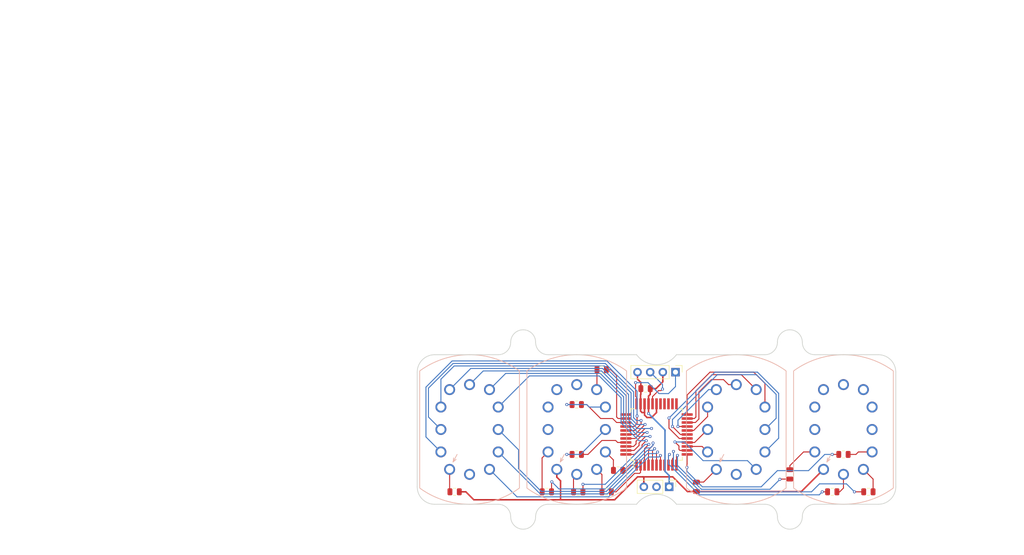
<source format=kicad_pcb>
(kicad_pcb (version 20171130) (host pcbnew "(5.1.5-0-10_14)")

  (general
    (thickness 1.6)
    (drawings 142)
    (tracks 382)
    (zones 0)
    (modules 25)
    (nets 71)
  )

  (page A4)
  (layers
    (0 F.Cu signal)
    (31 B.Cu signal)
    (32 B.Adhes user)
    (33 F.Adhes user)
    (34 B.Paste user)
    (35 F.Paste user)
    (36 B.SilkS user)
    (37 F.SilkS user)
    (38 B.Mask user)
    (39 F.Mask user)
    (40 Dwgs.User user)
    (41 Cmts.User user)
    (42 Eco1.User user)
    (43 Eco2.User user)
    (44 Edge.Cuts user)
    (45 Margin user hide)
    (46 B.CrtYd user hide)
    (47 F.CrtYd user hide)
    (48 B.Fab user hide)
    (49 F.Fab user hide)
  )

  (setup
    (last_trace_width 0.2)
    (user_trace_width 0.3)
    (user_trace_width 0.35)
    (user_trace_width 0.5)
    (trace_clearance 0.3)
    (zone_clearance 1)
    (zone_45_only no)
    (trace_min 0.2)
    (via_size 0.6)
    (via_drill 0.3)
    (via_min_size 0.5)
    (via_min_drill 0.25)
    (uvia_size 0.3)
    (uvia_drill 0.1)
    (uvias_allowed no)
    (uvia_min_size 0.2)
    (uvia_min_drill 0.1)
    (edge_width 0.15)
    (segment_width 0.15)
    (pcb_text_width 0.3)
    (pcb_text_size 1.5 1.5)
    (mod_edge_width 0.15)
    (mod_text_size 1 1)
    (mod_text_width 0.15)
    (pad_size 2.2 2.2)
    (pad_drill 2.2)
    (pad_to_mask_clearance 0.2)
    (aux_axis_origin 0 0)
    (visible_elements FFFFFFFF)
    (pcbplotparams
      (layerselection 0x010f0_ffffffff)
      (usegerberextensions false)
      (usegerberattributes false)
      (usegerberadvancedattributes false)
      (creategerberjobfile false)
      (excludeedgelayer true)
      (linewidth 0.100000)
      (plotframeref false)
      (viasonmask false)
      (mode 1)
      (useauxorigin false)
      (hpglpennumber 1)
      (hpglpenspeed 20)
      (hpglpendiameter 15.000000)
      (psnegative false)
      (psa4output false)
      (plotreference true)
      (plotvalue true)
      (plotinvisibletext false)
      (padsonsilk false)
      (subtractmaskfromsilk false)
      (outputformat 1)
      (mirror false)
      (drillshape 0)
      (scaleselection 1)
      (outputdirectory "gerbers"))
  )

  (net 0 "")
  (net 1 /+180V)
  (net 2 /T1_1)
  (net 3 /T1_COMMA)
  (net 4 /T1_2)
  (net 5 /T1_0)
  (net 6 /T2_AN)
  (net 7 /T2_1)
  (net 8 /T2_2)
  (net 9 /T2_9)
  (net 10 /T2_7)
  (net 11 /T2_5)
  (net 12 /T2_0)
  (net 13 /T2_3)
  (net 14 /T2_6)
  (net 15 /T2_4)
  (net 16 /T2_8)
  (net 17 /T3_1)
  (net 18 /T3_COMMA)
  (net 19 /T3_2)
  (net 20 /T3_5)
  (net 21 /T3_0)
  (net 22 /T3_3)
  (net 23 /T3_4)
  (net 24 /T4_AN)
  (net 25 /T4_1)
  (net 26 /T4_2)
  (net 27 /T4_9)
  (net 28 /T4_7)
  (net 29 /T4_5)
  (net 30 /T4_0)
  (net 31 /T4_3)
  (net 32 /T4_6)
  (net 33 /T4_4)
  (net 34 /T4_8)
  (net 35 GND)
  (net 36 /CLK)
  (net 37 "Net-(DISP1-Pad3)")
  (net 38 "Net-(DISP1-Pad5)")
  (net 39 "Net-(DISP1-Pad7)")
  (net 40 "Net-(DISP1-Pad9)")
  (net 41 "Net-(DISP1-Pad6)")
  (net 42 "Net-(DISP1-Pad8)")
  (net 43 "Net-(DISP1-Pad4)")
  (net 44 "Net-(DISP2-Pad12)")
  (net 45 "Net-(DISP3-Pad3)")
  (net 46 "Net-(DISP3-Pad5)")
  (net 47 "Net-(DISP3-Pad4)")
  (net 48 "Net-(DISP4-Pad12)")
  (net 49 "Net-(U1-Pad23)")
  (net 50 /+12V)
  (net 51 "Net-(DISP3-Pad6)")
  (net 52 "Net-(U1-Pad24)")
  (net 53 "Net-(U1-Pad25)")
  (net 54 "Net-(U1-Pad26)")
  (net 55 "Net-(U1-Pad27)")
  (net 56 /DATA_IN)
  (net 57 "Net-(U1-Pad34)")
  (net 58 "Net-(DISP1-Pad11)")
  (net 59 "Net-(DISP1-Pad12)")
  (net 60 "Net-(DISP1-Pad10)")
  (net 61 "Net-(DISP1-Pad2)")
  (net 62 "Net-(DISP3-Pad11)")
  (net 63 "Net-(DISP3-Pad12)")
  (net 64 "Net-(DISP3-Pad10)")
  (net 65 "Net-(DISP3-Pad7)")
  (net 66 "Net-(DISP3-Pad2)")
  (net 67 "Net-(DISP3-Pad9)")
  (net 68 "Net-(DISP3-Pad8)")
  (net 69 "Net-(U1-Pad8)")
  (net 70 "Net-(J1-Pad2)")

  (net_class Default "This is the default net class."
    (clearance 0.3)
    (trace_width 0.2)
    (via_dia 0.6)
    (via_drill 0.3)
    (uvia_dia 0.3)
    (uvia_drill 0.1)
    (add_net /CLK)
    (add_net /DATA_IN)
    (add_net "Net-(J1-Pad2)")
    (add_net "Net-(U1-Pad23)")
    (add_net "Net-(U1-Pad24)")
    (add_net "Net-(U1-Pad25)")
    (add_net "Net-(U1-Pad26)")
    (add_net "Net-(U1-Pad27)")
    (add_net "Net-(U1-Pad34)")
    (add_net "Net-(U1-Pad8)")
  )

  (net_class HV ""
    (clearance 0.3)
    (trace_width 0.2)
    (via_dia 0.6)
    (via_drill 0.3)
    (uvia_dia 0.3)
    (uvia_drill 0.1)
    (add_net /T1_0)
    (add_net /T1_1)
    (add_net /T1_2)
    (add_net /T1_COMMA)
    (add_net /T2_0)
    (add_net /T2_1)
    (add_net /T2_2)
    (add_net /T2_3)
    (add_net /T2_4)
    (add_net /T2_5)
    (add_net /T2_6)
    (add_net /T2_7)
    (add_net /T2_8)
    (add_net /T2_9)
    (add_net /T2_AN)
    (add_net /T3_0)
    (add_net /T3_1)
    (add_net /T3_2)
    (add_net /T3_3)
    (add_net /T3_4)
    (add_net /T3_5)
    (add_net /T3_COMMA)
    (add_net /T4_0)
    (add_net /T4_1)
    (add_net /T4_2)
    (add_net /T4_3)
    (add_net /T4_4)
    (add_net /T4_5)
    (add_net /T4_6)
    (add_net /T4_7)
    (add_net /T4_8)
    (add_net /T4_9)
    (add_net /T4_AN)
    (add_net "Net-(DISP1-Pad10)")
    (add_net "Net-(DISP1-Pad11)")
    (add_net "Net-(DISP1-Pad12)")
    (add_net "Net-(DISP1-Pad2)")
    (add_net "Net-(DISP1-Pad3)")
    (add_net "Net-(DISP1-Pad4)")
    (add_net "Net-(DISP1-Pad5)")
    (add_net "Net-(DISP1-Pad6)")
    (add_net "Net-(DISP1-Pad7)")
    (add_net "Net-(DISP1-Pad8)")
    (add_net "Net-(DISP1-Pad9)")
    (add_net "Net-(DISP2-Pad12)")
    (add_net "Net-(DISP3-Pad10)")
    (add_net "Net-(DISP3-Pad11)")
    (add_net "Net-(DISP3-Pad12)")
    (add_net "Net-(DISP3-Pad2)")
    (add_net "Net-(DISP3-Pad3)")
    (add_net "Net-(DISP3-Pad4)")
    (add_net "Net-(DISP3-Pad5)")
    (add_net "Net-(DISP3-Pad6)")
    (add_net "Net-(DISP3-Pad7)")
    (add_net "Net-(DISP3-Pad8)")
    (add_net "Net-(DISP3-Pad9)")
    (add_net "Net-(DISP4-Pad12)")
  )

  (net_class Power ""
    (clearance 0.3)
    (trace_width 0.3)
    (via_dia 0.6)
    (via_drill 0.3)
    (uvia_dia 0.3)
    (uvia_drill 0.1)
    (add_net /+12V)
    (add_net /+180V)
    (add_net GND)
  )

  (module Resistor_SMD:R_0805_2012Metric (layer F.Cu) (tedit 5B36C52B) (tstamp 5949EB4B)
    (at 132.8 117.5)
    (descr "Resistor SMD 0805 (2012 Metric), square (rectangular) end terminal, IPC_7351 nominal, (Body size source: https://docs.google.com/spreadsheets/d/1BsfQQcO9C6DZCsRaXUlFlo91Tg2WpOkGARC1WS5S8t0/edit?usp=sharing), generated with kicad-footprint-generator")
    (tags resistor)
    (path /5949F11F)
    (attr smd)
    (fp_text reference R13 (at 0 -1.65) (layer F.SilkS) hide
      (effects (font (size 1 1) (thickness 0.15)))
    )
    (fp_text value 332k (at 0 1.65) (layer F.Fab)
      (effects (font (size 1 1) (thickness 0.15)))
    )
    (fp_text user %R (at 0 0) (layer F.Fab)
      (effects (font (size 0.5 0.5) (thickness 0.08)))
    )
    (fp_line (start 1.68 0.95) (end -1.68 0.95) (layer F.CrtYd) (width 0.05))
    (fp_line (start 1.68 -0.95) (end 1.68 0.95) (layer F.CrtYd) (width 0.05))
    (fp_line (start -1.68 -0.95) (end 1.68 -0.95) (layer F.CrtYd) (width 0.05))
    (fp_line (start -1.68 0.95) (end -1.68 -0.95) (layer F.CrtYd) (width 0.05))
    (fp_line (start -0.258578 0.71) (end 0.258578 0.71) (layer F.SilkS) (width 0.12))
    (fp_line (start -0.258578 -0.71) (end 0.258578 -0.71) (layer F.SilkS) (width 0.12))
    (fp_line (start 1 0.6) (end -1 0.6) (layer F.Fab) (width 0.1))
    (fp_line (start 1 -0.6) (end 1 0.6) (layer F.Fab) (width 0.1))
    (fp_line (start -1 -0.6) (end 1 -0.6) (layer F.Fab) (width 0.1))
    (fp_line (start -1 0.6) (end -1 -0.6) (layer F.Fab) (width 0.1))
    (pad 2 smd roundrect (at 0.9375 0) (size 0.975 1.4) (layers F.Cu F.Paste F.Mask) (roundrect_rratio 0.25)
      (net 18 /T3_COMMA))
    (pad 1 smd roundrect (at -0.9375 0) (size 0.975 1.4) (layers F.Cu F.Paste F.Mask) (roundrect_rratio 0.25)
      (net 63 "Net-(DISP3-Pad12)"))
    (model ${KISYS3DMOD}/Resistor_SMD.3dshapes/R_0805_2012Metric.wrl
      (at (xyz 0 0 0))
      (scale (xyz 1 1 1))
      (rotate (xyz 0 0 0))
    )
  )

  (module Resistor_SMD:R_0805_2012Metric (layer F.Cu) (tedit 5B36C52B) (tstamp 5949EB21)
    (at 183.75 117.5 180)
    (descr "Resistor SMD 0805 (2012 Metric), square (rectangular) end terminal, IPC_7351 nominal, (Body size source: https://docs.google.com/spreadsheets/d/1BsfQQcO9C6DZCsRaXUlFlo91Tg2WpOkGARC1WS5S8t0/edit?usp=sharing), generated with kicad-footprint-generator")
    (tags resistor)
    (path /5949EC76)
    (attr smd)
    (fp_text reference R12 (at 0 -1.65) (layer F.SilkS) hide
      (effects (font (size 1 1) (thickness 0.15)))
    )
    (fp_text value 332k (at 0 1.65) (layer F.Fab)
      (effects (font (size 1 1) (thickness 0.15)))
    )
    (fp_text user %R (at 0 0) (layer F.Fab)
      (effects (font (size 0.5 0.5) (thickness 0.08)))
    )
    (fp_line (start 1.68 0.95) (end -1.68 0.95) (layer F.CrtYd) (width 0.05))
    (fp_line (start 1.68 -0.95) (end 1.68 0.95) (layer F.CrtYd) (width 0.05))
    (fp_line (start -1.68 -0.95) (end 1.68 -0.95) (layer F.CrtYd) (width 0.05))
    (fp_line (start -1.68 0.95) (end -1.68 -0.95) (layer F.CrtYd) (width 0.05))
    (fp_line (start -0.258578 0.71) (end 0.258578 0.71) (layer F.SilkS) (width 0.12))
    (fp_line (start -0.258578 -0.71) (end 0.258578 -0.71) (layer F.SilkS) (width 0.12))
    (fp_line (start 1 0.6) (end -1 0.6) (layer F.Fab) (width 0.1))
    (fp_line (start 1 -0.6) (end 1 0.6) (layer F.Fab) (width 0.1))
    (fp_line (start -1 -0.6) (end 1 -0.6) (layer F.Fab) (width 0.1))
    (fp_line (start -1 0.6) (end -1 -0.6) (layer F.Fab) (width 0.1))
    (pad 2 smd roundrect (at 0.9375 0 180) (size 0.975 1.4) (layers F.Cu F.Paste F.Mask) (roundrect_rratio 0.25)
      (net 3 /T1_COMMA))
    (pad 1 smd roundrect (at -0.9375 0 180) (size 0.975 1.4) (layers F.Cu F.Paste F.Mask) (roundrect_rratio 0.25)
      (net 59 "Net-(DISP1-Pad12)"))
    (model ${KISYS3DMOD}/Resistor_SMD.3dshapes/R_0805_2012Metric.wrl
      (at (xyz 0 0 0))
      (scale (xyz 1 1 1))
      (rotate (xyz 0 0 0))
    )
  )

  (module Resistor_SMD:R_0805_2012Metric (layer F.Cu) (tedit 5B36C52B) (tstamp 5948CE9E)
    (at 108 117.5 180)
    (descr "Resistor SMD 0805 (2012 Metric), square (rectangular) end terminal, IPC_7351 nominal, (Body size source: https://docs.google.com/spreadsheets/d/1BsfQQcO9C6DZCsRaXUlFlo91Tg2WpOkGARC1WS5S8t0/edit?usp=sharing), generated with kicad-footprint-generator")
    (tags resistor)
    (path /58EB1FB3)
    (attr smd)
    (fp_text reference R11 (at 0 -1.65) (layer F.SilkS) hide
      (effects (font (size 1 1) (thickness 0.15)))
    )
    (fp_text value 40.2k (at 0 1.65) (layer F.Fab)
      (effects (font (size 1 1) (thickness 0.15)))
    )
    (fp_text user %R (at 0 0) (layer F.Fab)
      (effects (font (size 0.5 0.5) (thickness 0.08)))
    )
    (fp_line (start 1.68 0.95) (end -1.68 0.95) (layer F.CrtYd) (width 0.05))
    (fp_line (start 1.68 -0.95) (end 1.68 0.95) (layer F.CrtYd) (width 0.05))
    (fp_line (start -1.68 -0.95) (end 1.68 -0.95) (layer F.CrtYd) (width 0.05))
    (fp_line (start -1.68 0.95) (end -1.68 -0.95) (layer F.CrtYd) (width 0.05))
    (fp_line (start -0.258578 0.71) (end 0.258578 0.71) (layer F.SilkS) (width 0.12))
    (fp_line (start -0.258578 -0.71) (end 0.258578 -0.71) (layer F.SilkS) (width 0.12))
    (fp_line (start 1 0.6) (end -1 0.6) (layer F.Fab) (width 0.1))
    (fp_line (start 1 -0.6) (end 1 0.6) (layer F.Fab) (width 0.1))
    (fp_line (start -1 -0.6) (end 1 -0.6) (layer F.Fab) (width 0.1))
    (fp_line (start -1 0.6) (end -1 -0.6) (layer F.Fab) (width 0.1))
    (pad 2 smd roundrect (at 0.9375 0 180) (size 0.975 1.4) (layers F.Cu F.Paste F.Mask) (roundrect_rratio 0.25)
      (net 24 /T4_AN))
    (pad 1 smd roundrect (at -0.9375 0 180) (size 0.975 1.4) (layers F.Cu F.Paste F.Mask) (roundrect_rratio 0.25)
      (net 1 /+180V))
    (model ${KISYS3DMOD}/Resistor_SMD.3dshapes/R_0805_2012Metric.wrl
      (at (xyz 0 0 0))
      (scale (xyz 1 1 1))
      (rotate (xyz 0 0 0))
    )
  )

  (module Resistor_SMD:R_0805_2012Metric (layer F.Cu) (tedit 5B36C52B) (tstamp 5949EB33)
    (at 137.5 93)
    (descr "Resistor SMD 0805 (2012 Metric), square (rectangular) end terminal, IPC_7351 nominal, (Body size source: https://docs.google.com/spreadsheets/d/1BsfQQcO9C6DZCsRaXUlFlo91Tg2WpOkGARC1WS5S8t0/edit?usp=sharing), generated with kicad-footprint-generator")
    (tags resistor)
    (path /5949F0CB)
    (attr smd)
    (fp_text reference R10 (at 0 -1.65) (layer F.SilkS) hide
      (effects (font (size 1 1) (thickness 0.15)))
    )
    (fp_text value 40.2k (at 0 1.65) (layer F.Fab)
      (effects (font (size 1 1) (thickness 0.15)))
    )
    (fp_text user %R (at 0 0) (layer F.Fab)
      (effects (font (size 0.5 0.5) (thickness 0.08)))
    )
    (fp_line (start 1.68 0.95) (end -1.68 0.95) (layer F.CrtYd) (width 0.05))
    (fp_line (start 1.68 -0.95) (end 1.68 0.95) (layer F.CrtYd) (width 0.05))
    (fp_line (start -1.68 -0.95) (end 1.68 -0.95) (layer F.CrtYd) (width 0.05))
    (fp_line (start -1.68 0.95) (end -1.68 -0.95) (layer F.CrtYd) (width 0.05))
    (fp_line (start -0.258578 0.71) (end 0.258578 0.71) (layer F.SilkS) (width 0.12))
    (fp_line (start -0.258578 -0.71) (end 0.258578 -0.71) (layer F.SilkS) (width 0.12))
    (fp_line (start 1 0.6) (end -1 0.6) (layer F.Fab) (width 0.1))
    (fp_line (start 1 -0.6) (end 1 0.6) (layer F.Fab) (width 0.1))
    (fp_line (start -1 -0.6) (end 1 -0.6) (layer F.Fab) (width 0.1))
    (fp_line (start -1 0.6) (end -1 -0.6) (layer F.Fab) (width 0.1))
    (pad 2 smd roundrect (at 0.9375 0) (size 0.975 1.4) (layers F.Cu F.Paste F.Mask) (roundrect_rratio 0.25)
      (net 20 /T3_5))
    (pad 1 smd roundrect (at -0.9375 0) (size 0.975 1.4) (layers F.Cu F.Paste F.Mask) (roundrect_rratio 0.25)
      (net 65 "Net-(DISP3-Pad7)"))
    (model ${KISYS3DMOD}/Resistor_SMD.3dshapes/R_0805_2012Metric.wrl
      (at (xyz 0 0 0))
      (scale (xyz 1 1 1))
      (rotate (xyz 0 0 0))
    )
  )

  (module Resistor_SMD:R_0805_2012Metric (layer F.Cu) (tedit 5B36C52B) (tstamp 5949EB45)
    (at 132.5 100)
    (descr "Resistor SMD 0805 (2012 Metric), square (rectangular) end terminal, IPC_7351 nominal, (Body size source: https://docs.google.com/spreadsheets/d/1BsfQQcO9C6DZCsRaXUlFlo91Tg2WpOkGARC1WS5S8t0/edit?usp=sharing), generated with kicad-footprint-generator")
    (tags resistor)
    (path /5949F078)
    (attr smd)
    (fp_text reference R9 (at 0 -1.65) (layer F.SilkS) hide
      (effects (font (size 1 1) (thickness 0.15)))
    )
    (fp_text value 40.2k (at 0 1.65) (layer F.Fab)
      (effects (font (size 1 1) (thickness 0.15)))
    )
    (fp_text user %R (at 0 0) (layer F.Fab)
      (effects (font (size 0.5 0.5) (thickness 0.08)))
    )
    (fp_line (start 1.68 0.95) (end -1.68 0.95) (layer F.CrtYd) (width 0.05))
    (fp_line (start 1.68 -0.95) (end 1.68 0.95) (layer F.CrtYd) (width 0.05))
    (fp_line (start -1.68 -0.95) (end 1.68 -0.95) (layer F.CrtYd) (width 0.05))
    (fp_line (start -1.68 0.95) (end -1.68 -0.95) (layer F.CrtYd) (width 0.05))
    (fp_line (start -0.258578 0.71) (end 0.258578 0.71) (layer F.SilkS) (width 0.12))
    (fp_line (start -0.258578 -0.71) (end 0.258578 -0.71) (layer F.SilkS) (width 0.12))
    (fp_line (start 1 0.6) (end -1 0.6) (layer F.Fab) (width 0.1))
    (fp_line (start 1 -0.6) (end 1 0.6) (layer F.Fab) (width 0.1))
    (fp_line (start -1 -0.6) (end 1 -0.6) (layer F.Fab) (width 0.1))
    (fp_line (start -1 0.6) (end -1 -0.6) (layer F.Fab) (width 0.1))
    (pad 2 smd roundrect (at 0.9375 0) (size 0.975 1.4) (layers F.Cu F.Paste F.Mask) (roundrect_rratio 0.25)
      (net 23 /T3_4))
    (pad 1 smd roundrect (at -0.9375 0) (size 0.975 1.4) (layers F.Cu F.Paste F.Mask) (roundrect_rratio 0.25)
      (net 68 "Net-(DISP3-Pad8)"))
    (model ${KISYS3DMOD}/Resistor_SMD.3dshapes/R_0805_2012Metric.wrl
      (at (xyz 0 0 0))
      (scale (xyz 1 1 1))
      (rotate (xyz 0 0 0))
    )
  )

  (module Resistor_SMD:R_0805_2012Metric (layer F.Cu) (tedit 5B36C52B) (tstamp 5949EB2D)
    (at 132.5 110)
    (descr "Resistor SMD 0805 (2012 Metric), square (rectangular) end terminal, IPC_7351 nominal, (Body size source: https://docs.google.com/spreadsheets/d/1BsfQQcO9C6DZCsRaXUlFlo91Tg2WpOkGARC1WS5S8t0/edit?usp=sharing), generated with kicad-footprint-generator")
    (tags resistor)
    (path /5949F029)
    (attr smd)
    (fp_text reference R8 (at 0 -1.65) (layer F.SilkS) hide
      (effects (font (size 1 1) (thickness 0.15)))
    )
    (fp_text value 40.2k (at 0 1.65) (layer F.Fab)
      (effects (font (size 1 1) (thickness 0.15)))
    )
    (fp_text user %R (at 0 0) (layer F.Fab)
      (effects (font (size 0.5 0.5) (thickness 0.08)))
    )
    (fp_line (start 1.68 0.95) (end -1.68 0.95) (layer F.CrtYd) (width 0.05))
    (fp_line (start 1.68 -0.95) (end 1.68 0.95) (layer F.CrtYd) (width 0.05))
    (fp_line (start -1.68 -0.95) (end 1.68 -0.95) (layer F.CrtYd) (width 0.05))
    (fp_line (start -1.68 0.95) (end -1.68 -0.95) (layer F.CrtYd) (width 0.05))
    (fp_line (start -0.258578 0.71) (end 0.258578 0.71) (layer F.SilkS) (width 0.12))
    (fp_line (start -0.258578 -0.71) (end 0.258578 -0.71) (layer F.SilkS) (width 0.12))
    (fp_line (start 1 0.6) (end -1 0.6) (layer F.Fab) (width 0.1))
    (fp_line (start 1 -0.6) (end 1 0.6) (layer F.Fab) (width 0.1))
    (fp_line (start -1 -0.6) (end 1 -0.6) (layer F.Fab) (width 0.1))
    (fp_line (start -1 0.6) (end -1 -0.6) (layer F.Fab) (width 0.1))
    (pad 2 smd roundrect (at 0.9375 0) (size 0.975 1.4) (layers F.Cu F.Paste F.Mask) (roundrect_rratio 0.25)
      (net 22 /T3_3))
    (pad 1 smd roundrect (at -0.9375 0) (size 0.975 1.4) (layers F.Cu F.Paste F.Mask) (roundrect_rratio 0.25)
      (net 67 "Net-(DISP3-Pad9)"))
    (model ${KISYS3DMOD}/Resistor_SMD.3dshapes/R_0805_2012Metric.wrl
      (at (xyz 0 0 0))
      (scale (xyz 1 1 1))
      (rotate (xyz 0 0 0))
    )
  )

  (module Resistor_SMD:R_0805_2012Metric (layer F.Cu) (tedit 5B36C52B) (tstamp 5949EB3F)
    (at 140.8 113.2)
    (descr "Resistor SMD 0805 (2012 Metric), square (rectangular) end terminal, IPC_7351 nominal, (Body size source: https://docs.google.com/spreadsheets/d/1BsfQQcO9C6DZCsRaXUlFlo91Tg2WpOkGARC1WS5S8t0/edit?usp=sharing), generated with kicad-footprint-generator")
    (tags resistor)
    (path /5949EFDD)
    (attr smd)
    (fp_text reference R7 (at 0 -1.65) (layer F.SilkS) hide
      (effects (font (size 1 1) (thickness 0.15)))
    )
    (fp_text value 40.2k (at 0 1.65) (layer F.Fab)
      (effects (font (size 1 1) (thickness 0.15)))
    )
    (fp_text user %R (at 0 0) (layer F.Fab)
      (effects (font (size 0.5 0.5) (thickness 0.08)))
    )
    (fp_line (start 1.68 0.95) (end -1.68 0.95) (layer F.CrtYd) (width 0.05))
    (fp_line (start 1.68 -0.95) (end 1.68 0.95) (layer F.CrtYd) (width 0.05))
    (fp_line (start -1.68 -0.95) (end 1.68 -0.95) (layer F.CrtYd) (width 0.05))
    (fp_line (start -1.68 0.95) (end -1.68 -0.95) (layer F.CrtYd) (width 0.05))
    (fp_line (start -0.258578 0.71) (end 0.258578 0.71) (layer F.SilkS) (width 0.12))
    (fp_line (start -0.258578 -0.71) (end 0.258578 -0.71) (layer F.SilkS) (width 0.12))
    (fp_line (start 1 0.6) (end -1 0.6) (layer F.Fab) (width 0.1))
    (fp_line (start 1 -0.6) (end 1 0.6) (layer F.Fab) (width 0.1))
    (fp_line (start -1 -0.6) (end 1 -0.6) (layer F.Fab) (width 0.1))
    (fp_line (start -1 0.6) (end -1 -0.6) (layer F.Fab) (width 0.1))
    (pad 2 smd roundrect (at 0.9375 0) (size 0.975 1.4) (layers F.Cu F.Paste F.Mask) (roundrect_rratio 0.25)
      (net 19 /T3_2))
    (pad 1 smd roundrect (at -0.9375 0) (size 0.975 1.4) (layers F.Cu F.Paste F.Mask) (roundrect_rratio 0.25)
      (net 64 "Net-(DISP3-Pad10)"))
    (model ${KISYS3DMOD}/Resistor_SMD.3dshapes/R_0805_2012Metric.wrl
      (at (xyz 0 0 0))
      (scale (xyz 1 1 1))
      (rotate (xyz 0 0 0))
    )
  )

  (module Resistor_SMD:R_0805_2012Metric (layer F.Cu) (tedit 5B36C52B) (tstamp 5949EB27)
    (at 138.5 117.5)
    (descr "Resistor SMD 0805 (2012 Metric), square (rectangular) end terminal, IPC_7351 nominal, (Body size source: https://docs.google.com/spreadsheets/d/1BsfQQcO9C6DZCsRaXUlFlo91Tg2WpOkGARC1WS5S8t0/edit?usp=sharing), generated with kicad-footprint-generator")
    (tags resistor)
    (path /5949EF95)
    (attr smd)
    (fp_text reference R6 (at 0 -1.65) (layer F.SilkS) hide
      (effects (font (size 1 1) (thickness 0.15)))
    )
    (fp_text value 40.2k (at 0 1.65) (layer F.Fab)
      (effects (font (size 1 1) (thickness 0.15)))
    )
    (fp_text user %R (at 0 0) (layer F.Fab)
      (effects (font (size 0.5 0.5) (thickness 0.08)))
    )
    (fp_line (start 1.68 0.95) (end -1.68 0.95) (layer F.CrtYd) (width 0.05))
    (fp_line (start 1.68 -0.95) (end 1.68 0.95) (layer F.CrtYd) (width 0.05))
    (fp_line (start -1.68 -0.95) (end 1.68 -0.95) (layer F.CrtYd) (width 0.05))
    (fp_line (start -1.68 0.95) (end -1.68 -0.95) (layer F.CrtYd) (width 0.05))
    (fp_line (start -0.258578 0.71) (end 0.258578 0.71) (layer F.SilkS) (width 0.12))
    (fp_line (start -0.258578 -0.71) (end 0.258578 -0.71) (layer F.SilkS) (width 0.12))
    (fp_line (start 1 0.6) (end -1 0.6) (layer F.Fab) (width 0.1))
    (fp_line (start 1 -0.6) (end 1 0.6) (layer F.Fab) (width 0.1))
    (fp_line (start -1 -0.6) (end 1 -0.6) (layer F.Fab) (width 0.1))
    (fp_line (start -1 0.6) (end -1 -0.6) (layer F.Fab) (width 0.1))
    (pad 2 smd roundrect (at 0.9375 0) (size 0.975 1.4) (layers F.Cu F.Paste F.Mask) (roundrect_rratio 0.25)
      (net 17 /T3_1))
    (pad 1 smd roundrect (at -0.9375 0) (size 0.975 1.4) (layers F.Cu F.Paste F.Mask) (roundrect_rratio 0.25)
      (net 62 "Net-(DISP3-Pad11)"))
    (model ${KISYS3DMOD}/Resistor_SMD.3dshapes/R_0805_2012Metric.wrl
      (at (xyz 0 0 0))
      (scale (xyz 1 1 1))
      (rotate (xyz 0 0 0))
    )
  )

  (module Resistor_SMD:R_0805_2012Metric (layer F.Cu) (tedit 5B36C52B) (tstamp 5949EB39)
    (at 126.5 117.5)
    (descr "Resistor SMD 0805 (2012 Metric), square (rectangular) end terminal, IPC_7351 nominal, (Body size source: https://docs.google.com/spreadsheets/d/1BsfQQcO9C6DZCsRaXUlFlo91Tg2WpOkGARC1WS5S8t0/edit?usp=sharing), generated with kicad-footprint-generator")
    (tags resistor)
    (path /5949EEB8)
    (attr smd)
    (fp_text reference R5 (at 0 -1.65) (layer F.SilkS) hide
      (effects (font (size 1 1) (thickness 0.15)))
    )
    (fp_text value 40.2k (at 0 1.65) (layer F.Fab)
      (effects (font (size 1 1) (thickness 0.15)))
    )
    (fp_text user %R (at 0 0) (layer F.Fab)
      (effects (font (size 0.5 0.5) (thickness 0.08)))
    )
    (fp_line (start 1.68 0.95) (end -1.68 0.95) (layer F.CrtYd) (width 0.05))
    (fp_line (start 1.68 -0.95) (end 1.68 0.95) (layer F.CrtYd) (width 0.05))
    (fp_line (start -1.68 -0.95) (end 1.68 -0.95) (layer F.CrtYd) (width 0.05))
    (fp_line (start -1.68 0.95) (end -1.68 -0.95) (layer F.CrtYd) (width 0.05))
    (fp_line (start -0.258578 0.71) (end 0.258578 0.71) (layer F.SilkS) (width 0.12))
    (fp_line (start -0.258578 -0.71) (end 0.258578 -0.71) (layer F.SilkS) (width 0.12))
    (fp_line (start 1 0.6) (end -1 0.6) (layer F.Fab) (width 0.1))
    (fp_line (start 1 -0.6) (end 1 0.6) (layer F.Fab) (width 0.1))
    (fp_line (start -1 -0.6) (end 1 -0.6) (layer F.Fab) (width 0.1))
    (fp_line (start -1 0.6) (end -1 -0.6) (layer F.Fab) (width 0.1))
    (pad 2 smd roundrect (at 0.9375 0) (size 0.975 1.4) (layers F.Cu F.Paste F.Mask) (roundrect_rratio 0.25)
      (net 21 /T3_0))
    (pad 1 smd roundrect (at -0.9375 0) (size 0.975 1.4) (layers F.Cu F.Paste F.Mask) (roundrect_rratio 0.25)
      (net 66 "Net-(DISP3-Pad2)"))
    (model ${KISYS3DMOD}/Resistor_SMD.3dshapes/R_0805_2012Metric.wrl
      (at (xyz 0 0 0))
      (scale (xyz 1 1 1))
      (rotate (xyz 0 0 0))
    )
  )

  (module Resistor_SMD:R_0805_2012Metric (layer F.Cu) (tedit 5B36C52B) (tstamp 5948CE99)
    (at 156.5 116.5 90)
    (descr "Resistor SMD 0805 (2012 Metric), square (rectangular) end terminal, IPC_7351 nominal, (Body size source: https://docs.google.com/spreadsheets/d/1BsfQQcO9C6DZCsRaXUlFlo91Tg2WpOkGARC1WS5S8t0/edit?usp=sharing), generated with kicad-footprint-generator")
    (tags resistor)
    (path /58EB1E65)
    (attr smd)
    (fp_text reference R4 (at 0 -1.65 90) (layer F.SilkS) hide
      (effects (font (size 1 1) (thickness 0.15)))
    )
    (fp_text value 40.2k (at 0 1.65 90) (layer F.Fab)
      (effects (font (size 1 1) (thickness 0.15)))
    )
    (fp_text user %R (at 0 0 90) (layer F.Fab)
      (effects (font (size 0.5 0.5) (thickness 0.08)))
    )
    (fp_line (start 1.68 0.95) (end -1.68 0.95) (layer F.CrtYd) (width 0.05))
    (fp_line (start 1.68 -0.95) (end 1.68 0.95) (layer F.CrtYd) (width 0.05))
    (fp_line (start -1.68 -0.95) (end 1.68 -0.95) (layer F.CrtYd) (width 0.05))
    (fp_line (start -1.68 0.95) (end -1.68 -0.95) (layer F.CrtYd) (width 0.05))
    (fp_line (start -0.258578 0.71) (end 0.258578 0.71) (layer F.SilkS) (width 0.12))
    (fp_line (start -0.258578 -0.71) (end 0.258578 -0.71) (layer F.SilkS) (width 0.12))
    (fp_line (start 1 0.6) (end -1 0.6) (layer F.Fab) (width 0.1))
    (fp_line (start 1 -0.6) (end 1 0.6) (layer F.Fab) (width 0.1))
    (fp_line (start -1 -0.6) (end 1 -0.6) (layer F.Fab) (width 0.1))
    (fp_line (start -1 0.6) (end -1 -0.6) (layer F.Fab) (width 0.1))
    (pad 2 smd roundrect (at 0.9375 0 90) (size 0.975 1.4) (layers F.Cu F.Paste F.Mask) (roundrect_rratio 0.25)
      (net 6 /T2_AN))
    (pad 1 smd roundrect (at -0.9375 0 90) (size 0.975 1.4) (layers F.Cu F.Paste F.Mask) (roundrect_rratio 0.25)
      (net 1 /+180V))
    (model ${KISYS3DMOD}/Resistor_SMD.3dshapes/R_0805_2012Metric.wrl
      (at (xyz 0 0 0))
      (scale (xyz 1 1 1))
      (rotate (xyz 0 0 0))
    )
  )

  (module Resistor_SMD:R_0805_2012Metric (layer F.Cu) (tedit 5B36C52B) (tstamp 5949EB1B)
    (at 186 110 180)
    (descr "Resistor SMD 0805 (2012 Metric), square (rectangular) end terminal, IPC_7351 nominal, (Body size source: https://docs.google.com/spreadsheets/d/1BsfQQcO9C6DZCsRaXUlFlo91Tg2WpOkGARC1WS5S8t0/edit?usp=sharing), generated with kicad-footprint-generator")
    (tags resistor)
    (path /5949EAFA)
    (attr smd)
    (fp_text reference R3 (at 0 -1.65) (layer F.SilkS) hide
      (effects (font (size 1 1) (thickness 0.15)))
    )
    (fp_text value 40.2k (at 0 1.65) (layer F.Fab)
      (effects (font (size 1 1) (thickness 0.15)))
    )
    (fp_text user %R (at 0 0) (layer F.Fab)
      (effects (font (size 0.5 0.5) (thickness 0.08)))
    )
    (fp_line (start 1.68 0.95) (end -1.68 0.95) (layer F.CrtYd) (width 0.05))
    (fp_line (start 1.68 -0.95) (end 1.68 0.95) (layer F.CrtYd) (width 0.05))
    (fp_line (start -1.68 -0.95) (end 1.68 -0.95) (layer F.CrtYd) (width 0.05))
    (fp_line (start -1.68 0.95) (end -1.68 -0.95) (layer F.CrtYd) (width 0.05))
    (fp_line (start -0.258578 0.71) (end 0.258578 0.71) (layer F.SilkS) (width 0.12))
    (fp_line (start -0.258578 -0.71) (end 0.258578 -0.71) (layer F.SilkS) (width 0.12))
    (fp_line (start 1 0.6) (end -1 0.6) (layer F.Fab) (width 0.1))
    (fp_line (start 1 -0.6) (end 1 0.6) (layer F.Fab) (width 0.1))
    (fp_line (start -1 -0.6) (end 1 -0.6) (layer F.Fab) (width 0.1))
    (fp_line (start -1 0.6) (end -1 -0.6) (layer F.Fab) (width 0.1))
    (pad 2 smd roundrect (at 0.9375 0 180) (size 0.975 1.4) (layers F.Cu F.Paste F.Mask) (roundrect_rratio 0.25)
      (net 4 /T1_2))
    (pad 1 smd roundrect (at -0.9375 0 180) (size 0.975 1.4) (layers F.Cu F.Paste F.Mask) (roundrect_rratio 0.25)
      (net 60 "Net-(DISP1-Pad10)"))
    (model ${KISYS3DMOD}/Resistor_SMD.3dshapes/R_0805_2012Metric.wrl
      (at (xyz 0 0 0))
      (scale (xyz 1 1 1))
      (rotate (xyz 0 0 0))
    )
  )

  (module Resistor_SMD:R_0805_2012Metric (layer F.Cu) (tedit 5B36C52B) (tstamp 5948CEA3)
    (at 191 117.5 180)
    (descr "Resistor SMD 0805 (2012 Metric), square (rectangular) end terminal, IPC_7351 nominal, (Body size source: https://docs.google.com/spreadsheets/d/1BsfQQcO9C6DZCsRaXUlFlo91Tg2WpOkGARC1WS5S8t0/edit?usp=sharing), generated with kicad-footprint-generator")
    (tags resistor)
    (path /5949EA89)
    (attr smd)
    (fp_text reference R2 (at 0 -1.65) (layer F.SilkS) hide
      (effects (font (size 1 1) (thickness 0.15)))
    )
    (fp_text value 40.2k (at 0 1.65) (layer F.Fab)
      (effects (font (size 1 1) (thickness 0.15)))
    )
    (fp_text user %R (at 0 0) (layer F.Fab)
      (effects (font (size 0.5 0.5) (thickness 0.08)))
    )
    (fp_line (start 1.68 0.95) (end -1.68 0.95) (layer F.CrtYd) (width 0.05))
    (fp_line (start 1.68 -0.95) (end 1.68 0.95) (layer F.CrtYd) (width 0.05))
    (fp_line (start -1.68 -0.95) (end 1.68 -0.95) (layer F.CrtYd) (width 0.05))
    (fp_line (start -1.68 0.95) (end -1.68 -0.95) (layer F.CrtYd) (width 0.05))
    (fp_line (start -0.258578 0.71) (end 0.258578 0.71) (layer F.SilkS) (width 0.12))
    (fp_line (start -0.258578 -0.71) (end 0.258578 -0.71) (layer F.SilkS) (width 0.12))
    (fp_line (start 1 0.6) (end -1 0.6) (layer F.Fab) (width 0.1))
    (fp_line (start 1 -0.6) (end 1 0.6) (layer F.Fab) (width 0.1))
    (fp_line (start -1 -0.6) (end 1 -0.6) (layer F.Fab) (width 0.1))
    (fp_line (start -1 0.6) (end -1 -0.6) (layer F.Fab) (width 0.1))
    (pad 2 smd roundrect (at 0.9375 0 180) (size 0.975 1.4) (layers F.Cu F.Paste F.Mask) (roundrect_rratio 0.25)
      (net 2 /T1_1))
    (pad 1 smd roundrect (at -0.9375 0 180) (size 0.975 1.4) (layers F.Cu F.Paste F.Mask) (roundrect_rratio 0.25)
      (net 58 "Net-(DISP1-Pad11)"))
    (model ${KISYS3DMOD}/Resistor_SMD.3dshapes/R_0805_2012Metric.wrl
      (at (xyz 0 0 0))
      (scale (xyz 1 1 1))
      (rotate (xyz 0 0 0))
    )
  )

  (module Resistor_SMD:R_0805_2012Metric (layer F.Cu) (tedit 5B36C52B) (tstamp 5948CEA8)
    (at 175.25 114 270)
    (descr "Resistor SMD 0805 (2012 Metric), square (rectangular) end terminal, IPC_7351 nominal, (Body size source: https://docs.google.com/spreadsheets/d/1BsfQQcO9C6DZCsRaXUlFlo91Tg2WpOkGARC1WS5S8t0/edit?usp=sharing), generated with kicad-footprint-generator")
    (tags resistor)
    (path /5949E9D7)
    (attr smd)
    (fp_text reference R1 (at 0 -1.65 90) (layer F.SilkS) hide
      (effects (font (size 1 1) (thickness 0.15)))
    )
    (fp_text value 40.2k (at 0 1.65 90) (layer F.Fab)
      (effects (font (size 1 1) (thickness 0.15)))
    )
    (fp_text user %R (at 0 0 90) (layer F.Fab)
      (effects (font (size 0.5 0.5) (thickness 0.08)))
    )
    (fp_line (start 1.68 0.95) (end -1.68 0.95) (layer F.CrtYd) (width 0.05))
    (fp_line (start 1.68 -0.95) (end 1.68 0.95) (layer F.CrtYd) (width 0.05))
    (fp_line (start -1.68 -0.95) (end 1.68 -0.95) (layer F.CrtYd) (width 0.05))
    (fp_line (start -1.68 0.95) (end -1.68 -0.95) (layer F.CrtYd) (width 0.05))
    (fp_line (start -0.258578 0.71) (end 0.258578 0.71) (layer F.SilkS) (width 0.12))
    (fp_line (start -0.258578 -0.71) (end 0.258578 -0.71) (layer F.SilkS) (width 0.12))
    (fp_line (start 1 0.6) (end -1 0.6) (layer F.Fab) (width 0.1))
    (fp_line (start 1 -0.6) (end 1 0.6) (layer F.Fab) (width 0.1))
    (fp_line (start -1 -0.6) (end 1 -0.6) (layer F.Fab) (width 0.1))
    (fp_line (start -1 0.6) (end -1 -0.6) (layer F.Fab) (width 0.1))
    (pad 2 smd roundrect (at 0.9375 0 270) (size 0.975 1.4) (layers F.Cu F.Paste F.Mask) (roundrect_rratio 0.25)
      (net 5 /T1_0))
    (pad 1 smd roundrect (at -0.9375 0 270) (size 0.975 1.4) (layers F.Cu F.Paste F.Mask) (roundrect_rratio 0.25)
      (net 61 "Net-(DISP1-Pad2)"))
    (model ${KISYS3DMOD}/Resistor_SMD.3dshapes/R_0805_2012Metric.wrl
      (at (xyz 0 0 0))
      (scale (xyz 1 1 1))
      (rotate (xyz 0 0 0))
    )
  )

  (module Capacitor_SMD:C_0805_2012Metric (layer F.Cu) (tedit 5B36C52B) (tstamp 5A5FBFC0)
    (at 146.3 96.8)
    (descr "Capacitor SMD 0805 (2012 Metric), square (rectangular) end terminal, IPC_7351 nominal, (Body size source: https://docs.google.com/spreadsheets/d/1BsfQQcO9C6DZCsRaXUlFlo91Tg2WpOkGARC1WS5S8t0/edit?usp=sharing), generated with kicad-footprint-generator")
    (tags capacitor)
    (path /5904E507)
    (attr smd)
    (fp_text reference C1 (at 0 -1.65) (layer F.SilkS) hide
      (effects (font (size 1 1) (thickness 0.15)))
    )
    (fp_text value 1u (at 0 1.65) (layer F.Fab)
      (effects (font (size 1 1) (thickness 0.15)))
    )
    (fp_text user %R (at 0 0) (layer F.Fab)
      (effects (font (size 0.5 0.5) (thickness 0.08)))
    )
    (fp_line (start 1.68 0.95) (end -1.68 0.95) (layer F.CrtYd) (width 0.05))
    (fp_line (start 1.68 -0.95) (end 1.68 0.95) (layer F.CrtYd) (width 0.05))
    (fp_line (start -1.68 -0.95) (end 1.68 -0.95) (layer F.CrtYd) (width 0.05))
    (fp_line (start -1.68 0.95) (end -1.68 -0.95) (layer F.CrtYd) (width 0.05))
    (fp_line (start -0.258578 0.71) (end 0.258578 0.71) (layer F.SilkS) (width 0.12))
    (fp_line (start -0.258578 -0.71) (end 0.258578 -0.71) (layer F.SilkS) (width 0.12))
    (fp_line (start 1 0.6) (end -1 0.6) (layer F.Fab) (width 0.1))
    (fp_line (start 1 -0.6) (end 1 0.6) (layer F.Fab) (width 0.1))
    (fp_line (start -1 -0.6) (end 1 -0.6) (layer F.Fab) (width 0.1))
    (fp_line (start -1 0.6) (end -1 -0.6) (layer F.Fab) (width 0.1))
    (pad 2 smd roundrect (at 0.9375 0) (size 0.975 1.4) (layers F.Cu F.Paste F.Mask) (roundrect_rratio 0.25)
      (net 35 GND))
    (pad 1 smd roundrect (at -0.9375 0) (size 0.975 1.4) (layers F.Cu F.Paste F.Mask) (roundrect_rratio 0.25)
      (net 50 /+12V))
    (model ${KISYS3DMOD}/Capacitor_SMD.3dshapes/C_0805_2012Metric.wrl
      (at (xyz 0 0 0))
      (scale (xyz 1 1 1))
      (rotate (xyz 0 0 0))
    )
  )

  (module Connector_PinHeader_2.54mm:PinHeader_1x04_P2.54mm_Vertical (layer F.Cu) (tedit 59FED5CC) (tstamp 5949ADAA)
    (at 152.31 93.5 270)
    (descr "Through hole straight pin header, 1x04, 2.54mm pitch, single row")
    (tags "Through hole pin header THT 1x04 2.54mm single row")
    (path /5ECFCC25)
    (fp_text reference J2 (at 0 -2.33 90) (layer F.SilkS) hide
      (effects (font (size 1 1) (thickness 0.15)))
    )
    (fp_text value Conn_01x04 (at 0 9.95 90) (layer F.Fab)
      (effects (font (size 1 1) (thickness 0.15)))
    )
    (fp_text user %R (at 0 3.81) (layer F.Fab)
      (effects (font (size 1 1) (thickness 0.15)))
    )
    (fp_line (start 1.8 -1.8) (end -1.8 -1.8) (layer F.CrtYd) (width 0.05))
    (fp_line (start 1.8 9.4) (end 1.8 -1.8) (layer F.CrtYd) (width 0.05))
    (fp_line (start -1.8 9.4) (end 1.8 9.4) (layer F.CrtYd) (width 0.05))
    (fp_line (start -1.8 -1.8) (end -1.8 9.4) (layer F.CrtYd) (width 0.05))
    (fp_line (start -1.33 -1.33) (end 0 -1.33) (layer F.SilkS) (width 0.12))
    (fp_line (start -1.33 0) (end -1.33 -1.33) (layer F.SilkS) (width 0.12))
    (fp_line (start -1.33 1.27) (end 1.33 1.27) (layer F.SilkS) (width 0.12))
    (fp_line (start 1.33 1.27) (end 1.33 8.95) (layer F.SilkS) (width 0.12))
    (fp_line (start -1.33 1.27) (end -1.33 8.95) (layer F.SilkS) (width 0.12))
    (fp_line (start -1.33 8.95) (end 1.33 8.95) (layer F.SilkS) (width 0.12))
    (fp_line (start -1.27 -0.635) (end -0.635 -1.27) (layer F.Fab) (width 0.1))
    (fp_line (start -1.27 8.89) (end -1.27 -0.635) (layer F.Fab) (width 0.1))
    (fp_line (start 1.27 8.89) (end -1.27 8.89) (layer F.Fab) (width 0.1))
    (fp_line (start 1.27 -1.27) (end 1.27 8.89) (layer F.Fab) (width 0.1))
    (fp_line (start -0.635 -1.27) (end 1.27 -1.27) (layer F.Fab) (width 0.1))
    (pad 4 thru_hole oval (at 0 7.62 270) (size 1.7 1.7) (drill 1) (layers *.Cu *.Mask)
      (net 50 /+12V))
    (pad 3 thru_hole oval (at 0 5.08 270) (size 1.7 1.7) (drill 1) (layers *.Cu *.Mask)
      (net 36 /CLK))
    (pad 2 thru_hole oval (at 0 2.54 270) (size 1.7 1.7) (drill 1) (layers *.Cu *.Mask)
      (net 35 GND))
    (pad 1 thru_hole rect (at 0 0 270) (size 1.7 1.7) (drill 1) (layers *.Cu *.Mask)
      (net 56 /DATA_IN))
    (model ${KISYS3DMOD}/Connector_PinHeader_2.54mm.3dshapes/PinHeader_1x04_P2.54mm_Vertical.wrl
      (at (xyz 0 0 0))
      (scale (xyz 1 1 1))
      (rotate (xyz 0 0 0))
    )
  )

  (module Connector_PinHeader_2.54mm:PinHeader_1x03_P2.54mm_Vertical (layer F.Cu) (tedit 59FED5CC) (tstamp 5A35D232)
    (at 151.04 116.5 270)
    (descr "Through hole straight pin header, 1x03, 2.54mm pitch, single row")
    (tags "Through hole pin header THT 1x03 2.54mm single row")
    (path /5ECFC03B)
    (fp_text reference J1 (at 0 -2.33 90) (layer F.SilkS) hide
      (effects (font (size 1 1) (thickness 0.15)))
    )
    (fp_text value Conn_01x03 (at 0 7.41 90) (layer F.Fab)
      (effects (font (size 1 1) (thickness 0.15)))
    )
    (fp_text user %R (at 0 2.54) (layer F.Fab)
      (effects (font (size 1 1) (thickness 0.15)))
    )
    (fp_line (start 1.8 -1.8) (end -1.8 -1.8) (layer F.CrtYd) (width 0.05))
    (fp_line (start 1.8 6.85) (end 1.8 -1.8) (layer F.CrtYd) (width 0.05))
    (fp_line (start -1.8 6.85) (end 1.8 6.85) (layer F.CrtYd) (width 0.05))
    (fp_line (start -1.8 -1.8) (end -1.8 6.85) (layer F.CrtYd) (width 0.05))
    (fp_line (start -1.33 -1.33) (end 0 -1.33) (layer F.SilkS) (width 0.12))
    (fp_line (start -1.33 0) (end -1.33 -1.33) (layer F.SilkS) (width 0.12))
    (fp_line (start -1.33 1.27) (end 1.33 1.27) (layer F.SilkS) (width 0.12))
    (fp_line (start 1.33 1.27) (end 1.33 6.41) (layer F.SilkS) (width 0.12))
    (fp_line (start -1.33 1.27) (end -1.33 6.41) (layer F.SilkS) (width 0.12))
    (fp_line (start -1.33 6.41) (end 1.33 6.41) (layer F.SilkS) (width 0.12))
    (fp_line (start -1.27 -0.635) (end -0.635 -1.27) (layer F.Fab) (width 0.1))
    (fp_line (start -1.27 6.35) (end -1.27 -0.635) (layer F.Fab) (width 0.1))
    (fp_line (start 1.27 6.35) (end -1.27 6.35) (layer F.Fab) (width 0.1))
    (fp_line (start 1.27 -1.27) (end 1.27 6.35) (layer F.Fab) (width 0.1))
    (fp_line (start -0.635 -1.27) (end 1.27 -1.27) (layer F.Fab) (width 0.1))
    (pad 3 thru_hole oval (at 0 5.08 270) (size 1.7 1.7) (drill 1) (layers *.Cu *.Mask)
      (net 1 /+180V))
    (pad 2 thru_hole oval (at 0 2.54 270) (size 1.7 1.7) (drill 1) (layers *.Cu *.Mask)
      (net 70 "Net-(J1-Pad2)"))
    (pad 1 thru_hole rect (at 0 0 270) (size 1.7 1.7) (drill 1) (layers *.Cu *.Mask)
      (net 35 GND))
    (model ${KISYS3DMOD}/Connector_PinHeader_2.54mm.3dshapes/PinHeader_1x03_P2.54mm_Vertical.wrl
      (at (xyz 0 0 0))
      (scale (xyz 1 1 1))
      (rotate (xyz 0 0 0))
    )
  )

  (module MountingHole:MountingHole_2.2mm_M2 (layer F.Cu) (tedit 56D1B4CB) (tstamp 58FB1E9A)
    (at 175.25 122.5)
    (descr "Mounting Hole 2.2mm, no annular, M2")
    (tags "mounting hole 2.2mm no annular m2")
    (path /5ECF3C37)
    (attr virtual)
    (fp_text reference H4 (at 0 -3.2) (layer F.SilkS) hide
      (effects (font (size 1 1) (thickness 0.15)))
    )
    (fp_text value MountingHole (at 0 3.2) (layer F.Fab)
      (effects (font (size 1 1) (thickness 0.15)))
    )
    (fp_circle (center 0 0) (end 2.45 0) (layer F.CrtYd) (width 0.05))
    (fp_circle (center 0 0) (end 2.2 0) (layer Cmts.User) (width 0.15))
    (fp_text user %R (at 0.3 0) (layer F.Fab)
      (effects (font (size 1 1) (thickness 0.15)))
    )
    (pad 1 np_thru_hole circle (at 0 0) (size 2.2 2.2) (drill 2.2) (layers *.Cu *.Mask))
  )

  (module MountingHole:MountingHole_2.2mm_M2 (layer F.Cu) (tedit 56D1B4CB) (tstamp 58FB1E8B)
    (at 121.75 122.5)
    (descr "Mounting Hole 2.2mm, no annular, M2")
    (tags "mounting hole 2.2mm no annular m2")
    (path /5ECF339E)
    (attr virtual)
    (fp_text reference H3 (at 0 -3.2) (layer F.SilkS) hide
      (effects (font (size 1 1) (thickness 0.15)))
    )
    (fp_text value MountingHole (at 0 3.2) (layer F.Fab)
      (effects (font (size 1 1) (thickness 0.15)))
    )
    (fp_circle (center 0 0) (end 2.45 0) (layer F.CrtYd) (width 0.05))
    (fp_circle (center 0 0) (end 2.2 0) (layer Cmts.User) (width 0.15))
    (fp_text user %R (at 0.3 0) (layer F.Fab)
      (effects (font (size 1 1) (thickness 0.15)))
    )
    (pad 1 np_thru_hole circle (at 0 0) (size 2.2 2.2) (drill 2.2) (layers *.Cu *.Mask))
  )

  (module MountingHole:MountingHole_2.2mm_M2 (layer F.Cu) (tedit 56D1B4CB) (tstamp 58FB1E94)
    (at 175.25 87.5)
    (descr "Mounting Hole 2.2mm, no annular, M2")
    (tags "mounting hole 2.2mm no annular m2")
    (path /5ECF2D0F)
    (attr virtual)
    (fp_text reference H2 (at 0 -3.2) (layer F.SilkS) hide
      (effects (font (size 1 1) (thickness 0.15)))
    )
    (fp_text value MountingHole (at 0 3.2) (layer F.Fab)
      (effects (font (size 1 1) (thickness 0.15)))
    )
    (fp_circle (center 0 0) (end 2.45 0) (layer F.CrtYd) (width 0.05))
    (fp_circle (center 0 0) (end 2.2 0) (layer Cmts.User) (width 0.15))
    (fp_text user %R (at 0.3 0) (layer F.Fab)
      (effects (font (size 1 1) (thickness 0.15)))
    )
    (pad 1 np_thru_hole circle (at 0 0) (size 2.2 2.2) (drill 2.2) (layers *.Cu *.Mask))
  )

  (module MountingHole:MountingHole_2.2mm_M2 (layer F.Cu) (tedit 56D1B4CB) (tstamp 58FB1E8E)
    (at 121.75 87.5)
    (descr "Mounting Hole 2.2mm, no annular, M2")
    (tags "mounting hole 2.2mm no annular m2")
    (path /5ECF299A)
    (attr virtual)
    (fp_text reference H1 (at 0 -3.2) (layer F.SilkS) hide
      (effects (font (size 1 1) (thickness 0.15)))
    )
    (fp_text value MountingHole (at 0 3.2) (layer F.Fab)
      (effects (font (size 1 1) (thickness 0.15)))
    )
    (fp_circle (center 0 0) (end 2.45 0) (layer F.CrtYd) (width 0.05))
    (fp_circle (center 0 0) (end 2.2 0) (layer Cmts.User) (width 0.15))
    (fp_text user %R (at 0.3 0) (layer F.Fab)
      (effects (font (size 1 1) (thickness 0.15)))
    )
    (pad 1 np_thru_hole circle (at 0 0) (size 2.2 2.2) (drill 2.2) (layers *.Cu *.Mask))
  )

  (module display_module:IN-12B_nosocket (layer B.Cu) (tedit 5948CFE4) (tstamp 5948AFE4)
    (at 186 105)
    (path /58F9A58D)
    (fp_text reference DISP1 (at 0 -4.3) (layer B.SilkS) hide
      (effects (font (size 1 1) (thickness 0.15)) (justify mirror))
    )
    (fp_text value IN12B (at 0 -11.2) (layer B.Fab)
      (effects (font (size 1 1) (thickness 0.15)) (justify mirror))
    )
    (fp_line (start -3.3 6.5) (end -2.7 6) (layer B.SilkS) (width 0.15))
    (fp_line (start -3.3 6.5) (end -3.2 5.7) (layer B.SilkS) (width 0.15))
    (fp_line (start -2.5 5) (end -3.3 6.5) (layer B.SilkS) (width 0.15))
    (fp_arc (start 0 2) (end 0 -15) (angle 35.9) (layer B.SilkS) (width 0.15))
    (fp_arc (start 0 -2) (end 0 15) (angle -35.92850246) (layer B.SilkS) (width 0.15))
    (fp_line (start -10 11.7) (end -10 -11.7) (layer B.SilkS) (width 0.15))
    (fp_line (start 10 -11.7) (end 10 11.7) (layer B.SilkS) (width 0.15))
    (fp_arc (start 0 -2) (end 0 15) (angle 35.9) (layer B.SilkS) (width 0.15))
    (fp_arc (start 0 2) (end 0 -15) (angle -35.92850246) (layer B.SilkS) (width 0.15))
    (pad 1 thru_hole circle (at -4 8) (size 2.2 2.2) (drill 1.5) (layers *.Cu *.Mask)
      (net 1 /+180V))
    (pad 11 thru_hole circle (at 4 8) (size 2.2 2.2) (drill 1.5) (layers *.Cu *.Mask)
      (net 58 "Net-(DISP1-Pad11)"))
    (pad 12 thru_hole circle (at 0 9) (size 2.2 2.2) (drill 1.5) (layers *.Cu *.Mask)
      (net 59 "Net-(DISP1-Pad12)"))
    (pad 10 thru_hole circle (at 5.75 4.5) (size 2.2 2.2) (drill 1.5) (layers *.Cu *.Mask)
      (net 60 "Net-(DISP1-Pad10)"))
    (pad 3 thru_hole circle (at -5.75 0) (size 2.2 2.2) (drill 1.5) (layers *.Cu *.Mask)
      (net 37 "Net-(DISP1-Pad3)"))
    (pad 5 thru_hole circle (at -4 -8) (size 2.2 2.2) (drill 1.5) (layers *.Cu *.Mask)
      (net 38 "Net-(DISP1-Pad5)"))
    (pad 7 thru_hole circle (at 4 -8) (size 2.2 2.2) (drill 1.5) (layers *.Cu *.Mask)
      (net 39 "Net-(DISP1-Pad7)"))
    (pad 2 thru_hole circle (at -5.75 4.5) (size 2.2 2.2) (drill 1.5) (layers *.Cu *.Mask)
      (net 61 "Net-(DISP1-Pad2)"))
    (pad 9 thru_hole circle (at 5.75 0) (size 2.2 2.2) (drill 1.5) (layers *.Cu *.Mask)
      (net 40 "Net-(DISP1-Pad9)"))
    (pad 6 thru_hole circle (at 0 -9) (size 2.2 2.2) (drill 1.5) (layers *.Cu *.Mask)
      (net 41 "Net-(DISP1-Pad6)"))
    (pad 8 thru_hole circle (at 5.75 -4.5) (size 2.2 2.2) (drill 1.5) (layers *.Cu *.Mask)
      (net 42 "Net-(DISP1-Pad8)"))
    (pad 4 thru_hole circle (at -5.75 -4.5) (size 2.2 2.2) (drill 1.5) (layers *.Cu *.Mask)
      (net 43 "Net-(DISP1-Pad4)"))
    (pad "" np_thru_hole circle (at 0 0) (size 5 5) (drill 5) (layers *.Cu))
  )

  (module display_module:IN-12B_nosocket (layer B.Cu) (tedit 5948CFE4) (tstamp 5948B011)
    (at 111 105)
    (path /58F9A6A9)
    (fp_text reference DISP4 (at 0 -4.3) (layer B.SilkS) hide
      (effects (font (size 1 1) (thickness 0.15)) (justify mirror))
    )
    (fp_text value IN12B (at 0 -11.2) (layer B.Fab)
      (effects (font (size 1 1) (thickness 0.15)) (justify mirror))
    )
    (fp_line (start -3.3 6.5) (end -2.7 6) (layer B.SilkS) (width 0.15))
    (fp_line (start -3.3 6.5) (end -3.2 5.7) (layer B.SilkS) (width 0.15))
    (fp_line (start -2.5 5) (end -3.3 6.5) (layer B.SilkS) (width 0.15))
    (fp_arc (start 0 2) (end 0 -15) (angle 35.9) (layer B.SilkS) (width 0.15))
    (fp_arc (start 0 -2) (end 0 15) (angle -35.92850246) (layer B.SilkS) (width 0.15))
    (fp_line (start -10 11.7) (end -10 -11.7) (layer B.SilkS) (width 0.15))
    (fp_line (start 10 -11.7) (end 10 11.7) (layer B.SilkS) (width 0.15))
    (fp_arc (start 0 -2) (end 0 15) (angle 35.9) (layer B.SilkS) (width 0.15))
    (fp_arc (start 0 2) (end 0 -15) (angle -35.92850246) (layer B.SilkS) (width 0.15))
    (pad 1 thru_hole circle (at -4 8) (size 2.2 2.2) (drill 1.5) (layers *.Cu *.Mask)
      (net 24 /T4_AN))
    (pad 11 thru_hole circle (at 4 8) (size 2.2 2.2) (drill 1.5) (layers *.Cu *.Mask)
      (net 25 /T4_1))
    (pad 12 thru_hole circle (at 0 9) (size 2.2 2.2) (drill 1.5) (layers *.Cu *.Mask)
      (net 48 "Net-(DISP4-Pad12)"))
    (pad 10 thru_hole circle (at 5.75 4.5) (size 2.2 2.2) (drill 1.5) (layers *.Cu *.Mask)
      (net 26 /T4_2))
    (pad 3 thru_hole circle (at -5.75 0) (size 2.2 2.2) (drill 1.5) (layers *.Cu *.Mask)
      (net 27 /T4_9))
    (pad 5 thru_hole circle (at -4 -8) (size 2.2 2.2) (drill 1.5) (layers *.Cu *.Mask)
      (net 28 /T4_7))
    (pad 7 thru_hole circle (at 4 -8) (size 2.2 2.2) (drill 1.5) (layers *.Cu *.Mask)
      (net 29 /T4_5))
    (pad 2 thru_hole circle (at -5.75 4.5) (size 2.2 2.2) (drill 1.5) (layers *.Cu *.Mask)
      (net 30 /T4_0))
    (pad 9 thru_hole circle (at 5.75 0) (size 2.2 2.2) (drill 1.5) (layers *.Cu *.Mask)
      (net 31 /T4_3))
    (pad 6 thru_hole circle (at 0 -9) (size 2.2 2.2) (drill 1.5) (layers *.Cu *.Mask)
      (net 32 /T4_6))
    (pad 8 thru_hole circle (at 5.75 -4.5) (size 2.2 2.2) (drill 1.5) (layers *.Cu *.Mask)
      (net 33 /T4_4))
    (pad 4 thru_hole circle (at -5.75 -4.5) (size 2.2 2.2) (drill 1.5) (layers *.Cu *.Mask)
      (net 34 /T4_8))
    (pad "" np_thru_hole circle (at 0 0) (size 5 5) (drill 5) (layers *.Cu))
  )

  (module display_module:IN-12B_nosocket (layer B.Cu) (tedit 5948CFE4) (tstamp 5948AFF3)
    (at 164.5 105)
    (path /58F9A5EA)
    (fp_text reference DISP2 (at 0 -4.3) (layer B.SilkS) hide
      (effects (font (size 1 1) (thickness 0.15)) (justify mirror))
    )
    (fp_text value IN12B (at 0 -11.2) (layer B.Fab)
      (effects (font (size 1 1) (thickness 0.15)) (justify mirror))
    )
    (fp_line (start -3.3 6.5) (end -2.7 6) (layer B.SilkS) (width 0.15))
    (fp_line (start -3.3 6.5) (end -3.2 5.7) (layer B.SilkS) (width 0.15))
    (fp_line (start -2.5 5) (end -3.3 6.5) (layer B.SilkS) (width 0.15))
    (fp_arc (start 0 2) (end 0 -15) (angle 35.9) (layer B.SilkS) (width 0.15))
    (fp_arc (start 0 -2) (end 0 15) (angle -35.92850246) (layer B.SilkS) (width 0.15))
    (fp_line (start -10 11.7) (end -10 -11.7) (layer B.SilkS) (width 0.15))
    (fp_line (start 10 -11.7) (end 10 11.7) (layer B.SilkS) (width 0.15))
    (fp_arc (start 0 -2) (end 0 15) (angle 35.9) (layer B.SilkS) (width 0.15))
    (fp_arc (start 0 2) (end 0 -15) (angle -35.92850246) (layer B.SilkS) (width 0.15))
    (pad 1 thru_hole circle (at -4 8) (size 2.2 2.2) (drill 1.5) (layers *.Cu *.Mask)
      (net 6 /T2_AN))
    (pad 11 thru_hole circle (at 4 8) (size 2.2 2.2) (drill 1.5) (layers *.Cu *.Mask)
      (net 7 /T2_1))
    (pad 12 thru_hole circle (at 0 9) (size 2.2 2.2) (drill 1.5) (layers *.Cu *.Mask)
      (net 44 "Net-(DISP2-Pad12)"))
    (pad 10 thru_hole circle (at 5.75 4.5) (size 2.2 2.2) (drill 1.5) (layers *.Cu *.Mask)
      (net 8 /T2_2))
    (pad 3 thru_hole circle (at -5.75 0) (size 2.2 2.2) (drill 1.5) (layers *.Cu *.Mask)
      (net 9 /T2_9))
    (pad 5 thru_hole circle (at -4 -8) (size 2.2 2.2) (drill 1.5) (layers *.Cu *.Mask)
      (net 10 /T2_7))
    (pad 7 thru_hole circle (at 4 -8) (size 2.2 2.2) (drill 1.5) (layers *.Cu *.Mask)
      (net 11 /T2_5))
    (pad 2 thru_hole circle (at -5.75 4.5) (size 2.2 2.2) (drill 1.5) (layers *.Cu *.Mask)
      (net 12 /T2_0))
    (pad 9 thru_hole circle (at 5.75 0) (size 2.2 2.2) (drill 1.5) (layers *.Cu *.Mask)
      (net 13 /T2_3))
    (pad 6 thru_hole circle (at 0 -9) (size 2.2 2.2) (drill 1.5) (layers *.Cu *.Mask)
      (net 14 /T2_6))
    (pad 8 thru_hole circle (at 5.75 -4.5) (size 2.2 2.2) (drill 1.5) (layers *.Cu *.Mask)
      (net 15 /T2_4))
    (pad 4 thru_hole circle (at -5.75 -4.5) (size 2.2 2.2) (drill 1.5) (layers *.Cu *.Mask)
      (net 16 /T2_8))
    (pad "" np_thru_hole circle (at 0 0) (size 5 5) (drill 5) (layers *.Cu))
  )

  (module display_module:IN-12B_nosocket (layer B.Cu) (tedit 5948CFE4) (tstamp 5948B002)
    (at 132.5 105)
    (path /58F9A653)
    (fp_text reference DISP3 (at 0 -4.3) (layer B.SilkS) hide
      (effects (font (size 1 1) (thickness 0.15)) (justify mirror))
    )
    (fp_text value IN12B (at 0 -11.2) (layer B.Fab)
      (effects (font (size 1 1) (thickness 0.15)) (justify mirror))
    )
    (fp_line (start -3.3 6.5) (end -2.7 6) (layer B.SilkS) (width 0.15))
    (fp_line (start -3.3 6.5) (end -3.2 5.7) (layer B.SilkS) (width 0.15))
    (fp_line (start -2.5 5) (end -3.3 6.5) (layer B.SilkS) (width 0.15))
    (fp_arc (start 0 2) (end 0 -15) (angle 35.9) (layer B.SilkS) (width 0.15))
    (fp_arc (start 0 -2) (end 0 15) (angle -35.92850246) (layer B.SilkS) (width 0.15))
    (fp_line (start -10 11.7) (end -10 -11.7) (layer B.SilkS) (width 0.15))
    (fp_line (start 10 -11.7) (end 10 11.7) (layer B.SilkS) (width 0.15))
    (fp_arc (start 0 -2) (end 0 15) (angle 35.9) (layer B.SilkS) (width 0.15))
    (fp_arc (start 0 2) (end 0 -15) (angle -35.92850246) (layer B.SilkS) (width 0.15))
    (pad 1 thru_hole circle (at -4 8) (size 2.2 2.2) (drill 1.5) (layers *.Cu *.Mask)
      (net 1 /+180V))
    (pad 11 thru_hole circle (at 4 8) (size 2.2 2.2) (drill 1.5) (layers *.Cu *.Mask)
      (net 62 "Net-(DISP3-Pad11)"))
    (pad 12 thru_hole circle (at 0 9) (size 2.2 2.2) (drill 1.5) (layers *.Cu *.Mask)
      (net 63 "Net-(DISP3-Pad12)"))
    (pad 10 thru_hole circle (at 5.75 4.5) (size 2.2 2.2) (drill 1.5) (layers *.Cu *.Mask)
      (net 64 "Net-(DISP3-Pad10)"))
    (pad 3 thru_hole circle (at -5.75 0) (size 2.2 2.2) (drill 1.5) (layers *.Cu *.Mask)
      (net 45 "Net-(DISP3-Pad3)"))
    (pad 5 thru_hole circle (at -4 -8) (size 2.2 2.2) (drill 1.5) (layers *.Cu *.Mask)
      (net 46 "Net-(DISP3-Pad5)"))
    (pad 7 thru_hole circle (at 4 -8) (size 2.2 2.2) (drill 1.5) (layers *.Cu *.Mask)
      (net 65 "Net-(DISP3-Pad7)"))
    (pad 2 thru_hole circle (at -5.75 4.5) (size 2.2 2.2) (drill 1.5) (layers *.Cu *.Mask)
      (net 66 "Net-(DISP3-Pad2)"))
    (pad 9 thru_hole circle (at 5.75 0) (size 2.2 2.2) (drill 1.5) (layers *.Cu *.Mask)
      (net 67 "Net-(DISP3-Pad9)"))
    (pad 6 thru_hole circle (at 0 -9) (size 2.2 2.2) (drill 1.5) (layers *.Cu *.Mask)
      (net 51 "Net-(DISP3-Pad6)"))
    (pad 8 thru_hole circle (at 5.75 -4.5) (size 2.2 2.2) (drill 1.5) (layers *.Cu *.Mask)
      (net 68 "Net-(DISP3-Pad8)"))
    (pad 4 thru_hole circle (at -5.75 -4.5) (size 2.2 2.2) (drill 1.5) (layers *.Cu *.Mask)
      (net 47 "Net-(DISP3-Pad4)"))
    (pad "" np_thru_hole circle (at 0 0) (size 5 5) (drill 5) (layers *.Cu))
  )

  (module display_module:PQFP-44_10x10mm_Pitch0.8mm (layer F.Cu) (tedit 595E7BF5) (tstamp 5A5FBFC5)
    (at 148.5 106 90)
    (descr "LQFP44 (see Appnote_PCB_Guidelines_TRINAMIC_packages.pdf)")
    (tags "QFP 0.8")
    (path /5949B05E)
    (attr smd)
    (fp_text reference U1 (at -0.1 0.1 180) (layer F.SilkS) hide
      (effects (font (size 1 1) (thickness 0.15)))
    )
    (fp_text value HV5122 (at 0 8 90) (layer F.Fab)
      (effects (font (size 1 1) (thickness 0.15)))
    )
    (fp_text user %R (at 0 0 90) (layer F.Fab)
      (effects (font (size 1 1) (thickness 0.15)))
    )
    (fp_line (start -4 -5) (end 5 -5) (layer F.Fab) (width 0.15))
    (fp_line (start 5 -5) (end 5 5) (layer F.Fab) (width 0.15))
    (fp_line (start 5 5) (end -5 5) (layer F.Fab) (width 0.15))
    (fp_line (start -5 5) (end -5 -4) (layer F.Fab) (width 0.15))
    (fp_line (start -5 -4) (end -4 -5) (layer F.Fab) (width 0.15))
    (fp_line (start -6.9 -6.9) (end -6.9 6.9) (layer F.CrtYd) (width 0.05))
    (fp_line (start 6.9 -6.9) (end 6.9 6.9) (layer F.CrtYd) (width 0.05))
    (fp_line (start -6.9 -6.9) (end 6.9 -6.9) (layer F.CrtYd) (width 0.05))
    (fp_line (start -6.9 6.9) (end 6.9 6.9) (layer F.CrtYd) (width 0.05))
    (fp_line (start -5.175 -5.175) (end -5.175 -4.575) (layer F.SilkS) (width 0.15))
    (fp_line (start 5.175 -5.175) (end 5.175 -4.505) (layer F.SilkS) (width 0.15))
    (fp_line (start 5.175 5.175) (end 5.175 4.505) (layer F.SilkS) (width 0.15))
    (fp_line (start -5.175 5.175) (end -5.175 4.505) (layer F.SilkS) (width 0.15))
    (fp_line (start -5.175 -5.175) (end -4.505 -5.175) (layer F.SilkS) (width 0.15))
    (fp_line (start -5.175 5.175) (end -4.505 5.175) (layer F.SilkS) (width 0.15))
    (fp_line (start 5.175 5.175) (end 4.505 5.175) (layer F.SilkS) (width 0.15))
    (fp_line (start 5.175 -5.175) (end 4.505 -5.175) (layer F.SilkS) (width 0.15))
    (fp_line (start -5.175 -4.575) (end -6.65 -4.575) (layer F.SilkS) (width 0.15))
    (pad 1 smd rect (at -6.15 -4 90) (size 2.2 0.5) (layers F.Cu F.Paste F.Mask)
      (net 19 /T3_2))
    (pad 2 smd rect (at -6.15 -3.2 90) (size 2.2 0.5) (layers F.Cu F.Paste F.Mask)
      (net 17 /T3_1))
    (pad 3 smd rect (at -6.15 -2.4 90) (size 2.2 0.5) (layers F.Cu F.Paste F.Mask)
      (net 18 /T3_COMMA))
    (pad 4 smd rect (at -6.15 -1.6 90) (size 2.2 0.5) (layers F.Cu F.Paste F.Mask)
      (net 21 /T3_0))
    (pad 5 smd rect (at -6.15 -0.8 90) (size 2.2 0.5) (layers F.Cu F.Paste F.Mask)
      (net 31 /T4_3))
    (pad 6 smd rect (at -6.15 0 90) (size 2.2 0.5) (layers F.Cu F.Paste F.Mask)
      (net 26 /T4_2))
    (pad 7 smd rect (at -6.15 0.8 90) (size 2.2 0.5) (layers F.Cu F.Paste F.Mask)
      (net 25 /T4_1))
    (pad 8 smd rect (at -6.15 1.6 90) (size 2.2 0.5) (layers F.Cu F.Paste F.Mask)
      (net 69 "Net-(U1-Pad8)"))
    (pad 9 smd rect (at -6.15 2.4 90) (size 2.2 0.5) (layers F.Cu F.Paste F.Mask)
      (net 3 /T1_COMMA))
    (pad 10 smd rect (at -6.15 3.2 90) (size 2.2 0.5) (layers F.Cu F.Paste F.Mask)
      (net 2 /T1_1))
    (pad 11 smd rect (at -6.15 4 90) (size 2.2 0.5) (layers F.Cu F.Paste F.Mask)
      (net 5 /T1_0))
    (pad 12 smd rect (at -4 6.15 180) (size 2.2 0.5) (layers F.Cu F.Paste F.Mask)
      (net 4 /T1_2))
    (pad 13 smd rect (at -3.2 6.15 180) (size 2.2 0.5) (layers F.Cu F.Paste F.Mask)
      (net 7 /T2_1))
    (pad 14 smd rect (at -2.4 6.15 180) (size 2.2 0.5) (layers F.Cu F.Paste F.Mask)
      (net 12 /T2_0))
    (pad 15 smd rect (at -1.6 6.15 180) (size 2.2 0.5) (layers F.Cu F.Paste F.Mask)
      (net 9 /T2_9))
    (pad 16 smd rect (at -0.8 6.15 180) (size 2.2 0.5) (layers F.Cu F.Paste F.Mask)
      (net 8 /T2_2))
    (pad 17 smd rect (at 0 6.15 180) (size 2.2 0.5) (layers F.Cu F.Paste F.Mask)
      (net 13 /T2_3))
    (pad 18 smd rect (at 0.8 6.15 180) (size 2.2 0.5) (layers F.Cu F.Paste F.Mask)
      (net 16 /T2_8))
    (pad 19 smd rect (at 1.6 6.15 180) (size 2.2 0.5) (layers F.Cu F.Paste F.Mask)
      (net 10 /T2_7))
    (pad 20 smd rect (at 2.4 6.15 180) (size 2.2 0.5) (layers F.Cu F.Paste F.Mask)
      (net 14 /T2_6))
    (pad 21 smd rect (at 3.2 6.15 180) (size 2.2 0.5) (layers F.Cu F.Paste F.Mask)
      (net 11 /T2_5))
    (pad 22 smd rect (at 4 6.15 180) (size 2.2 0.5) (layers F.Cu F.Paste F.Mask)
      (net 15 /T2_4))
    (pad 23 smd rect (at 6.15 4 90) (size 2.2 0.5) (layers F.Cu F.Paste F.Mask)
      (net 49 "Net-(U1-Pad23)"))
    (pad 24 smd rect (at 6.15 3.2 90) (size 2.2 0.5) (layers F.Cu F.Paste F.Mask)
      (net 52 "Net-(U1-Pad24)"))
    (pad 25 smd rect (at 6.15 2.4 90) (size 2.2 0.5) (layers F.Cu F.Paste F.Mask)
      (net 53 "Net-(U1-Pad25)"))
    (pad 26 smd rect (at 6.15 1.6 90) (size 2.2 0.5) (layers F.Cu F.Paste F.Mask)
      (net 54 "Net-(U1-Pad26)"))
    (pad 27 smd rect (at 6.15 0.8 90) (size 2.2 0.5) (layers F.Cu F.Paste F.Mask)
      (net 55 "Net-(U1-Pad27)"))
    (pad 28 smd rect (at 6.15 0 90) (size 2.2 0.5) (layers F.Cu F.Paste F.Mask)
      (net 50 /+12V))
    (pad 29 smd rect (at 6.15 -0.8 90) (size 2.2 0.5) (layers F.Cu F.Paste F.Mask)
      (net 36 /CLK))
    (pad 30 smd rect (at 6.15 -1.6 90) (size 2.2 0.5) (layers F.Cu F.Paste F.Mask)
      (net 35 GND))
    (pad 31 smd rect (at 6.15 -2.4 90) (size 2.2 0.5) (layers F.Cu F.Paste F.Mask)
      (net 50 /+12V))
    (pad 32 smd rect (at 6.15 -3.2 90) (size 2.2 0.5) (layers F.Cu F.Paste F.Mask)
      (net 50 /+12V))
    (pad 33 smd rect (at 6.15 -4 90) (size 2.2 0.5) (layers F.Cu F.Paste F.Mask)
      (net 56 /DATA_IN))
    (pad 34 smd rect (at 4 -6.15 180) (size 2.2 0.5) (layers F.Cu F.Paste F.Mask)
      (net 57 "Net-(U1-Pad34)"))
    (pad 35 smd rect (at 3.2 -6.15 180) (size 2.2 0.5) (layers F.Cu F.Paste F.Mask)
      (net 20 /T3_5))
    (pad 36 smd rect (at 2.4 -6.15 180) (size 2.2 0.5) (layers F.Cu F.Paste F.Mask)
      (net 23 /T3_4))
    (pad 37 smd rect (at 1.6 -6.15 180) (size 2.2 0.5) (layers F.Cu F.Paste F.Mask)
      (net 30 /T4_0))
    (pad 38 smd rect (at 0.8 -6.15 180) (size 2.2 0.5) (layers F.Cu F.Paste F.Mask)
      (net 27 /T4_9))
    (pad 39 smd rect (at 0 -6.15 180) (size 2.2 0.5) (layers F.Cu F.Paste F.Mask)
      (net 34 /T4_8))
    (pad 40 smd rect (at -0.8 -6.15 180) (size 2.2 0.5) (layers F.Cu F.Paste F.Mask)
      (net 28 /T4_7))
    (pad 41 smd rect (at -1.6 -6.15 180) (size 2.2 0.5) (layers F.Cu F.Paste F.Mask)
      (net 22 /T3_3))
    (pad 42 smd rect (at -2.4 -6.15 180) (size 2.2 0.5) (layers F.Cu F.Paste F.Mask)
      (net 32 /T4_6))
    (pad 43 smd rect (at -3.2 -6.15 180) (size 2.2 0.5) (layers F.Cu F.Paste F.Mask)
      (net 29 /T4_5))
    (pad 44 smd rect (at -4 -6.15 180) (size 2.2 0.5) (layers F.Cu F.Paste F.Mask)
      (net 33 /T4_4))
    (model Housings_QFP.3dshapes/LQFP-44_10x10mm_Pitch0.8mm.wrl
      (at (xyz 0 0 0))
      (scale (xyz 1 1 1))
      (rotate (xyz 0 0 0))
    )
  )

  (gr_arc (start 104 93.5) (end 100 93.5) (angle 90) (layer Cmts.User) (width 0.15) (tstamp 5EC41C0B))
  (dimension 75 (width 0.3) (layer Cmts.User)
    (gr_text "75.000 mm" (at 148.5 59.35) (layer Cmts.User)
      (effects (font (size 1.5 1.5) (thickness 0.3)))
    )
    (feature1 (pts (xy 186 89) (xy 186 58)))
    (feature2 (pts (xy 111 89) (xy 111 58)))
    (crossbar (pts (xy 111 60.7) (xy 186 60.7)))
    (arrow1a (pts (xy 186 60.7) (xy 184.873496 61.286421)))
    (arrow1b (pts (xy 186 60.7) (xy 184.873496 60.113579)))
    (arrow2a (pts (xy 111 60.7) (xy 112.126504 61.286421)))
    (arrow2b (pts (xy 111 60.7) (xy 112.126504 60.113579)))
  )
  (dimension 32 (width 0.3) (layer Cmts.User)
    (gr_text "32.000 mm" (at 148.5 68.55) (layer Cmts.User)
      (effects (font (size 1.5 1.5) (thickness 0.3)))
    )
    (feature1 (pts (xy 164.5 89) (xy 164.5 67.2)))
    (feature2 (pts (xy 132.5 89) (xy 132.5 67.2)))
    (crossbar (pts (xy 132.5 69.9) (xy 164.5 69.9)))
    (arrow1a (pts (xy 164.5 69.9) (xy 163.373496 70.486421)))
    (arrow1b (pts (xy 164.5 69.9) (xy 163.373496 69.313579)))
    (arrow2a (pts (xy 132.5 69.9) (xy 133.626504 70.486421)))
    (arrow2b (pts (xy 132.5 69.9) (xy 133.626504 69.313579)))
  )
  (gr_text "drill dia=1.590 mm" (at 189.45 125.5) (layer Cmts.User) (tstamp 5A1BAAE6)
    (effects (font (size 1.5 1.5) (thickness 0.3)))
  )
  (gr_text "r=3.500 mm" (at 132.45 125.55) (layer Cmts.User)
    (effects (font (size 1.5 1.5) (thickness 0.3)))
  )
  (gr_text "r=1.500 mm" (at 133.55 122.9) (layer Cmts.User)
    (effects (font (size 1.5 1.5) (thickness 0.3)))
  )
  (gr_text "r=4.000 mm" (at 158.75 119.1) (layer Cmts.User)
    (effects (font (size 1.5 1.5) (thickness 0.3)))
  )
  (gr_text "drill dia=1.590 mm" (at 160.4 124.8) (layer Cmts.User)
    (effects (font (size 1.5 1.5) (thickness 0.3)))
  )
  (gr_text "r=4.000 mm" (at 214.55 86.5) (layer Cmts.User)
    (effects (font (size 1.5 1.5) (thickness 0.3)))
  )
  (gr_text "r=7.000 mm" (at 214.75 82.55) (layer Cmts.User)
    (effects (font (size 1.5 1.5) (thickness 0.3)))
  )
  (dimension 22 (width 0.3) (layer Cmts.User)
    (gr_text "r=22.000 mm" (at 109 100 90) (layer Cmts.User)
      (effects (font (size 1.5 1.5) (thickness 0.3)))
    )
    (feature1 (pts (xy 111 89) (xy 111 89)))
    (feature2 (pts (xy 111 111) (xy 111 111)))
    (crossbar (pts (xy 111 111) (xy 111 89)))
    (arrow1a (pts (xy 111 89) (xy 111.586421 90.126504)))
    (arrow1b (pts (xy 111 89) (xy 110.413579 90.126504)))
    (arrow2a (pts (xy 111 111) (xy 111.586421 109.873496)))
    (arrow2b (pts (xy 111 111) (xy 110.413579 109.873496)))
  )
  (gr_line (start 111.5 110.5) (end 110.5 111.5) (layer Cmts.User) (width 0.15))
  (gr_line (start 110.5 110.5) (end 111.5 111.5) (layer Cmts.User) (width 0.15))
  (dimension 27 (width 0.3) (layer Cmts.User)
    (gr_text "27.000 mm" (at 86 105 90) (layer Cmts.User)
      (effects (font (size 1.5 1.5) (thickness 0.3)))
    )
    (feature1 (pts (xy 121.5 91.5) (xy 84.65 91.5)))
    (feature2 (pts (xy 121.5 118.5) (xy 84.65 118.5)))
    (crossbar (pts (xy 87.35 118.5) (xy 87.35 91.5)))
    (arrow1a (pts (xy 87.35 91.5) (xy 87.936421 92.626504)))
    (arrow1b (pts (xy 87.35 91.5) (xy 86.763579 92.626504)))
    (arrow2a (pts (xy 87.35 118.5) (xy 87.936421 117.373496)))
    (arrow2b (pts (xy 87.35 118.5) (xy 86.763579 117.373496)))
  )
  (gr_circle (center 121.75 122.5) (end 122.25 123.5) (layer Cmts.User) (width 0.15) (tstamp 5A1BA7A1))
  (gr_circle (center 175.25 122.5) (end 175.75 123.5) (layer Cmts.User) (width 0.15) (tstamp 5A1BA78D))
  (gr_circle (center 175.25 87.5) (end 175.75 88.5) (layer Cmts.User) (width 0.15) (tstamp 5A1BA785))
  (gr_circle (center 121.75 87.5) (end 122.25 88.5) (layer Cmts.User) (width 0.15) (tstamp 5A1BA675))
  (gr_text 148.5 (at 148 20.25) (layer Cmts.User)
    (effects (font (size 1.5 1.5) (thickness 0.3)))
  )
  (gr_text 105 (at 19.25 105.5) (layer Cmts.User)
    (effects (font (size 1.5 1.5) (thickness 0.3)))
  )
  (dimension 116.000269 (width 0.3) (layer Cmts.User)
    (gr_text "116.000 mm" (at 148.39946 40.224567 0.1234820923) (layer Cmts.User)
      (effects (font (size 1.5 1.5) (thickness 0.3)))
    )
    (feature1 (pts (xy 206.5 86.75) (xy 206.396551 38.74957)))
    (feature2 (pts (xy 90.5 87) (xy 90.396551 38.99957)))
    (crossbar (pts (xy 90.40237 41.699564) (xy 206.40237 41.449564)))
    (arrow1a (pts (xy 206.40237 41.449564) (xy 205.277133 42.038411)))
    (arrow1b (pts (xy 206.40237 41.449564) (xy 205.274605 40.865572)))
    (arrow2a (pts (xy 90.40237 41.699564) (xy 91.530135 42.283556)))
    (arrow2b (pts (xy 90.40237 41.699564) (xy 91.527607 41.110717)))
  )
  (dimension 110 (width 0.3) (layer Cmts.User)
    (gr_text "110.000 mm" (at 148.5 45.1) (layer Cmts.User)
      (effects (font (size 1.5 1.5) (thickness 0.3)))
    )
    (feature1 (pts (xy 203.5 87) (xy 203.5 43.75)))
    (feature2 (pts (xy 93.5 87) (xy 93.5 43.75)))
    (crossbar (pts (xy 93.5 46.45) (xy 203.5 46.45)))
    (arrow1a (pts (xy 203.5 46.45) (xy 202.373496 47.036421)))
    (arrow1b (pts (xy 203.5 46.45) (xy 202.373496 45.863579)))
    (arrow2a (pts (xy 93.5 46.45) (xy 94.626504 47.036421)))
    (arrow2b (pts (xy 93.5 46.45) (xy 94.626504 45.863579)))
  )
  (dimension 102 (width 0.3) (layer Cmts.User)
    (gr_text "102.000 mm" (at 148.5 49.55) (layer Cmts.User)
      (effects (font (size 1.5 1.5) (thickness 0.3)))
    )
    (feature1 (pts (xy 199.5 87) (xy 199.5 48.2)))
    (feature2 (pts (xy 97.5 87) (xy 97.5 48.2)))
    (crossbar (pts (xy 97.5 50.9) (xy 199.5 50.9)))
    (arrow1a (pts (xy 199.5 50.9) (xy 198.373496 51.486421)))
    (arrow1b (pts (xy 199.5 50.9) (xy 198.373496 50.313579)))
    (arrow2a (pts (xy 97.5 50.9) (xy 98.626504 51.486421)))
    (arrow2b (pts (xy 97.5 50.9) (xy 98.626504 50.313579)))
  )
  (dimension 98 (width 0.3) (layer Cmts.User)
    (gr_text "98.000 mm" (at 148.5 54.6) (layer Cmts.User)
      (effects (font (size 1.5 1.5) (thickness 0.3)))
    )
    (feature1 (pts (xy 197.5 93.25) (xy 197.5 53.25)))
    (feature2 (pts (xy 99.5 93.25) (xy 99.5 53.25)))
    (crossbar (pts (xy 99.5 55.95) (xy 197.5 55.95)))
    (arrow1a (pts (xy 197.5 55.95) (xy 196.373496 56.536421)))
    (arrow1b (pts (xy 197.5 55.95) (xy 196.373496 55.363579)))
    (arrow2a (pts (xy 99.5 55.95) (xy 100.626504 56.536421)))
    (arrow2b (pts (xy 99.5 55.95) (xy 100.626504 55.363579)))
  )
  (dimension 53.5 (width 0.3) (layer Cmts.User)
    (gr_text "53.500 mm" (at 148.5 63.6) (layer Cmts.User)
      (effects (font (size 1.5 1.5) (thickness 0.3)))
    )
    (feature1 (pts (xy 175.25 87.5) (xy 175.25 62.25)))
    (feature2 (pts (xy 121.75 87.5) (xy 121.75 62.25)))
    (crossbar (pts (xy 121.75 64.95) (xy 175.25 64.95)))
    (arrow1a (pts (xy 175.25 64.95) (xy 174.123496 65.536421)))
    (arrow1b (pts (xy 175.25 64.95) (xy 174.123496 64.363579)))
    (arrow2a (pts (xy 121.75 64.95) (xy 122.876504 65.536421)))
    (arrow2b (pts (xy 121.75 64.95) (xy 122.876504 64.363579)))
  )
  (dimension 43.5 (width 0.3) (layer Cmts.User)
    (gr_text "43.500 mm" (at 186 75) (layer Cmts.User)
      (effects (font (size 1.5 1.5) (thickness 0.3)))
    )
    (feature1 (pts (xy 197 92) (xy 197 73.8)))
    (feature2 (pts (xy 153.5 92) (xy 153.5 73.8)))
    (crossbar (pts (xy 153.5 76.5) (xy 197 76.5)))
    (arrow1a (pts (xy 197 76.5) (xy 195.873496 77.086421)))
    (arrow1b (pts (xy 197 76.5) (xy 195.873496 75.913579)))
    (arrow2a (pts (xy 153.5 76.5) (xy 154.626504 77.086421)))
    (arrow2b (pts (xy 153.5 76.5) (xy 154.626504 75.913579)))
  )
  (dimension 10 (width 0.3) (layer Cmts.User)
    (gr_text "10 mm" (at 148.5 74) (layer Cmts.User)
      (effects (font (size 1.5 1.5) (thickness 0.3)))
    )
    (feature1 (pts (xy 153.5 92) (xy 153.5 73.8)))
    (feature2 (pts (xy 143.5 92) (xy 143.5 73.8)))
    (crossbar (pts (xy 143.5 76.5) (xy 153.5 76.5)))
    (arrow1a (pts (xy 153.5 76.5) (xy 152.373496 77.086421)))
    (arrow1b (pts (xy 153.5 76.5) (xy 152.373496 75.913579)))
    (arrow2a (pts (xy 143.5 76.5) (xy 144.626504 77.086421)))
    (arrow2b (pts (xy 143.5 76.5) (xy 144.626504 75.913579)))
  )
  (dimension 43.5 (width 0.3) (layer Cmts.User)
    (gr_text "43.500 mm" (at 111.75 75) (layer Cmts.User)
      (effects (font (size 1.5 1.5) (thickness 0.3)))
    )
    (feature1 (pts (xy 143.5 92) (xy 143.5 73.8)))
    (feature2 (pts (xy 100 92) (xy 100 73.8)))
    (crossbar (pts (xy 100 76.5) (xy 143.5 76.5)))
    (arrow1a (pts (xy 143.5 76.5) (xy 142.373496 77.086421)))
    (arrow1b (pts (xy 143.5 76.5) (xy 142.373496 75.913579)))
    (arrow2a (pts (xy 100 76.5) (xy 101.126504 77.086421)))
    (arrow2b (pts (xy 100 76.5) (xy 101.126504 75.913579)))
  )
  (dimension 50 (width 0.3) (layer Cmts.User)
    (gr_text "50.000 mm" (at 59.15 105 90) (layer Cmts.User)
      (effects (font (size 1.5 1.5) (thickness 0.3)))
    )
    (feature1 (pts (xy 97.5 80) (xy 57.8 80)))
    (feature2 (pts (xy 97.5 130) (xy 57.8 130)))
    (crossbar (pts (xy 60.5 130) (xy 60.5 80)))
    (arrow1a (pts (xy 60.5 80) (xy 61.086421 81.126504)))
    (arrow1b (pts (xy 60.5 80) (xy 59.913579 81.126504)))
    (arrow2a (pts (xy 60.5 130) (xy 61.086421 128.873496)))
    (arrow2b (pts (xy 60.5 130) (xy 59.913579 128.873496)))
  )
  (dimension 44 (width 0.3) (layer Cmts.User)
    (gr_text "44.000 mm" (at 64.65 105 90) (layer Cmts.User)
      (effects (font (size 1.5 1.5) (thickness 0.3)))
    )
    (feature1 (pts (xy 97.5 83) (xy 63.3 83)))
    (feature2 (pts (xy 97.5 127) (xy 63.3 127)))
    (crossbar (pts (xy 66 127) (xy 66 83)))
    (arrow1a (pts (xy 66 83) (xy 66.586421 84.126504)))
    (arrow1b (pts (xy 66 83) (xy 65.413579 84.126504)))
    (arrow2a (pts (xy 66 127) (xy 66.586421 125.873496)))
    (arrow2b (pts (xy 66 127) (xy 65.413579 125.873496)))
  )
  (dimension 36 (width 0.3) (layer Cmts.User)
    (gr_text "36.000 mm" (at 70.15 105 90) (layer Cmts.User)
      (effects (font (size 1.5 1.5) (thickness 0.3)))
    )
    (feature1 (pts (xy 97.5 87) (xy 68.8 87)))
    (feature2 (pts (xy 97.5 123) (xy 68.8 123)))
    (crossbar (pts (xy 71.5 123) (xy 71.5 87)))
    (arrow1a (pts (xy 71.5 87) (xy 72.086421 88.126504)))
    (arrow1b (pts (xy 71.5 87) (xy 70.913579 88.126504)))
    (arrow2a (pts (xy 71.5 123) (xy 72.086421 121.873496)))
    (arrow2b (pts (xy 71.5 123) (xy 70.913579 121.873496)))
  )
  (dimension 35 (width 0.3) (layer Cmts.User)
    (gr_text "35.000 mm" (at 75.9 105 90) (layer Cmts.User)
      (effects (font (size 1.5 1.5) (thickness 0.3)))
    )
    (feature1 (pts (xy 121.5 87.5) (xy 74.55 87.5)))
    (feature2 (pts (xy 121.5 122.5) (xy 74.55 122.5)))
    (crossbar (pts (xy 77.25 122.5) (xy 77.25 87.5)))
    (arrow1a (pts (xy 77.25 87.5) (xy 77.836421 88.626504)))
    (arrow1b (pts (xy 77.25 87.5) (xy 76.663579 88.626504)))
    (arrow2a (pts (xy 77.25 122.5) (xy 77.836421 121.373496)))
    (arrow2b (pts (xy 77.25 122.5) (xy 76.663579 121.373496)))
  )
  (dimension 32 (width 0.3) (layer Cmts.User)
    (gr_text "32.000 mm" (at 81.15 105 90) (layer Cmts.User)
      (effects (font (size 1.5 1.5) (thickness 0.3)))
    )
    (feature1 (pts (xy 104 89) (xy 79.8 89)))
    (feature2 (pts (xy 104 121) (xy 79.8 121)))
    (crossbar (pts (xy 82.5 121) (xy 82.5 89)))
    (arrow1a (pts (xy 82.5 89) (xy 83.086421 90.126504)))
    (arrow1b (pts (xy 82.5 89) (xy 81.913579 90.126504)))
    (arrow2a (pts (xy 82.5 121) (xy 83.086421 119.873496)))
    (arrow2b (pts (xy 82.5 121) (xy 81.913579 119.873496)))
  )
  (gr_line (start 174.75 91.5) (end 175.75 91.5) (layer Cmts.User) (width 0.15) (tstamp 5A1B8771))
  (gr_line (start 174.75 118.5) (end 175.75 118.5) (layer Cmts.User) (width 0.15) (tstamp 5A1B871E))
  (gr_line (start 197 118) (end 197 92) (layer Cmts.User) (width 0.15) (tstamp 5A1B8709))
  (gr_line (start 153.5 118) (end 153.5 92) (layer Cmts.User) (width 0.15) (tstamp 5A1B86F9))
  (gr_arc (start 186 99) (end 186 121) (angle -30) (layer Cmts.User) (width 0.15) (tstamp 5A1B86E6))
  (gr_arc (start 186 99) (end 186 121) (angle 27.5) (layer Cmts.User) (width 0.15) (tstamp 5A1B86CD))
  (gr_arc (start 164.5 99) (end 164.5 121) (angle -27.5) (layer Cmts.User) (width 0.15) (tstamp 5A1B86BA))
  (gr_arc (start 164.5 99) (end 164.5 121) (angle 30) (layer Cmts.User) (width 0.15) (tstamp 5A1B86A6))
  (gr_arc (start 186 111) (end 186 89) (angle 30) (layer Cmts.User) (width 0.15) (tstamp 5A1B866D))
  (gr_arc (start 186 111) (end 186 89) (angle -27.5) (layer Cmts.User) (width 0.15) (tstamp 5A1B864D))
  (gr_arc (start 164.5 111) (end 164.5 89) (angle 27.5) (layer Cmts.User) (width 0.15) (tstamp 5A1B862E))
  (gr_arc (start 164.5 111) (end 164.5 89) (angle -30) (layer Cmts.User) (width 0.15) (tstamp 5A1B8615))
  (gr_line (start 121.25 118.5) (end 122.25 118.5) (layer Cmts.User) (width 0.15) (tstamp 5A17C707))
  (gr_arc (start 132.5 99) (end 132.5 121) (angle -30) (layer Cmts.User) (width 0.15) (tstamp 5A17C544))
  (gr_arc (start 132.5 99) (end 132.5 121) (angle 27.5) (layer Cmts.User) (width 0.15) (tstamp 5A17C535))
  (gr_arc (start 111 99) (end 111 121) (angle 30) (layer Cmts.User) (width 0.15) (tstamp 5A17C4D4))
  (gr_arc (start 111 99) (end 111 121) (angle -27.5) (layer Cmts.User) (width 0.15) (tstamp 5A17C3D7))
  (gr_line (start 121.25 91.5) (end 122.25 91.5) (layer Cmts.User) (width 0.15) (tstamp 5A17C109))
  (gr_arc (start 132.5 111) (end 132.5 89) (angle 30) (layer Cmts.User) (width 0.15) (tstamp 5A17C022))
  (gr_arc (start 132.5 111) (end 132.5 89) (angle -27.5) (layer Cmts.User) (width 0.15) (tstamp 5A17BF9C))
  (gr_line (start 100 118) (end 100 92) (layer Cmts.User) (width 0.15) (tstamp 5A17BF10))
  (gr_arc (start 111 111) (end 111 89) (angle -30) (layer Cmts.User) (width 0.15) (tstamp 5A17BDAE))
  (gr_circle (center 199.5 123) (end 200 124) (layer Cmts.User) (width 0.15))
  (gr_circle (center 199.5 87) (end 200 88) (layer Cmts.User) (width 0.15))
  (gr_circle (center 148.5 87) (end 149 88) (layer Cmts.User) (width 0.15))
  (gr_circle (center 97.5 87) (end 98 88) (layer Cmts.User) (width 0.15))
  (gr_circle (center 97.5 123) (end 98.25 123.75) (layer Cmts.User) (width 0.15))
  (gr_circle (center 148.5 123) (end 148.75 124) (layer Cmts.User) (width 0.15))
  (gr_arc (start 111 111) (end 111 89) (angle 27.5) (layer Cmts.User) (width 0.15) (tstamp 59499991))
  (gr_line (start 126.75 120) (end 144.5 120) (layer Edge.Cuts) (width 0.15) (tstamp 594996A4))
  (gr_line (start 145 121) (end 126.75 121) (layer Cmts.User) (width 0.15) (tstamp 59499692))
  (gr_arc (start 121.75 122.5) (end 118.25 122.5) (angle -180) (layer Cmts.User) (width 0.15) (tstamp 59499681))
  (gr_arc (start 126.75 122.5) (end 126.75 121) (angle -90) (layer Cmts.User) (width 0.15) (tstamp 59499678))
  (gr_arc (start 116.75 122.5) (end 118.25 122.5) (angle -90) (layer Cmts.User) (width 0.15) (tstamp 5949966F))
  (gr_arc (start 126.75 122.5) (end 126.75 120) (angle -90) (layer Edge.Cuts) (width 0.15) (tstamp 59499666))
  (gr_arc (start 116.75 122.5) (end 119.25 122.5) (angle -90) (layer Edge.Cuts) (width 0.15) (tstamp 5949965F))
  (gr_arc (start 121.75 122.5) (end 119.25 122.5) (angle -180) (layer Edge.Cuts) (width 0.15) (tstamp 59499654))
  (gr_line (start 180.25 120) (end 193 120) (layer Edge.Cuts) (width 0.15) (tstamp 594992FE))
  (gr_arc (start 180.25 122.5) (end 180.25 120) (angle -90) (layer Edge.Cuts) (width 0.15) (tstamp 59499288))
  (gr_arc (start 170.25 122.5) (end 172.75 122.5) (angle -90) (layer Edge.Cuts) (width 0.15) (tstamp 59499266))
  (gr_arc (start 175.25 122.5) (end 172.75 122.5) (angle -180) (layer Edge.Cuts) (width 0.15) (tstamp 59499253))
  (gr_line (start 193 121) (end 180.25 121) (layer Cmts.User) (width 0.15) (tstamp 59499141))
  (gr_arc (start 180.25 122.5) (end 180.25 121) (angle -90) (layer Cmts.User) (width 0.15) (tstamp 5949912D))
  (gr_arc (start 170.25 122.5) (end 171.75 122.5) (angle -90) (layer Cmts.User) (width 0.15) (tstamp 59499106))
  (gr_arc (start 175.25 122.5) (end 171.75 122.5) (angle -180) (layer Cmts.User) (width 0.15) (tstamp 594990FD))
  (gr_line (start 170.25 121) (end 152 121) (layer Cmts.User) (width 0.15) (tstamp 59498E0E))
  (gr_arc (start 148.46091 123) (end 145 121) (angle 118.6) (layer Cmts.User) (width 0.15) (tstamp 59498DE2))
  (gr_line (start 152.5 120) (end 170.25 120) (layer Edge.Cuts) (width 0.15) (tstamp 59498DD5))
  (gr_arc (start 148.5 123) (end 148.5 118) (angle 53.13010235) (layer Edge.Cuts) (width 0.15) (tstamp 59498DB7))
  (gr_arc (start 148.5 123) (end 144.5 120) (angle 53.13010235) (layer Edge.Cuts) (width 0.15) (tstamp 59498D90))
  (gr_line (start 126.75 89) (end 145 89) (layer Cmts.User) (width 0.15) (tstamp 59498D79))
  (gr_arc (start 126.75 87.5) (end 125.25 87.5) (angle -90) (layer Cmts.User) (width 0.15) (tstamp 59498D61))
  (gr_arc (start 116.75 87.5) (end 118.25 87.5) (angle 90) (layer Cmts.User) (width 0.15) (tstamp 59498D5B))
  (gr_arc (start 121.75 87.5) (end 121.75 84) (angle 90) (layer Cmts.User) (width 0.15) (tstamp 59498D58))
  (gr_arc (start 121.75 87.5) (end 121.75 84) (angle -90.4) (layer Cmts.User) (width 0.15) (tstamp 59498D52))
  (gr_line (start 144.5 90) (end 126.75 90) (layer Edge.Cuts) (width 0.15) (tstamp 59498C14))
  (gr_arc (start 126.75 87.5) (end 124.25 87.5) (angle -90) (layer Edge.Cuts) (width 0.15) (tstamp 59498BDE))
  (gr_arc (start 116.750095 87.5) (end 119.250095 87.5) (angle 90) (layer Edge.Cuts) (width 0.15) (tstamp 59498BD5))
  (gr_arc (start 121.75 87.5) (end 121.75 85) (angle 90) (layer Edge.Cuts) (width 0.15) (tstamp 59498BC6))
  (gr_arc (start 121.75 87.5) (end 121.75 85) (angle -90) (layer Edge.Cuts) (width 0.15) (tstamp 59498B93))
  (gr_arc (start 97.5 123) (end 97.5 130) (angle 90) (layer Cmts.User) (width 0.15) (tstamp 59498ABD))
  (gr_arc (start 97.5 87) (end 90.5 87) (angle 90) (layer Cmts.User) (width 0.15) (tstamp 59498A99))
  (gr_arc (start 97.5 123) (end 97.5 127) (angle 90) (layer Cmts.User) (width 0.15) (tstamp 59498A7B))
  (gr_arc (start 97.5 87) (end 93.5 87) (angle 90) (layer Cmts.User) (width 0.15) (tstamp 59498A58))
  (gr_arc (start 104 93.5) (end 99.5 93.5) (angle 90) (layer Cmts.User) (width 0.15) (tstamp 59498A35))
  (gr_arc (start 104 116.5) (end 104 121) (angle 90) (layer Cmts.User) (width 0.15) (tstamp 59498A03))
  (gr_arc (start 170.25 87.5) (end 171.75 87.5) (angle 90) (layer Cmts.User) (width 0.15) (tstamp 5948CD48))
  (gr_arc (start 180.25 87.5) (end 178.75 87.5) (angle -90) (layer Cmts.User) (width 0.15) (tstamp 5948CD36))
  (gr_arc (start 180.25 87.5) (end 177.75 87.5) (angle -90) (layer Edge.Cuts) (width 0.15) (tstamp 5948CC7A))
  (gr_arc (start 170.25 87.5) (end 172.75 87.5) (angle 90) (layer Edge.Cuts) (width 0.15) (tstamp 5948CC48))
  (gr_line (start 152 89) (end 170.25 89) (layer Cmts.User) (width 0.15) (tstamp 5948C92A))
  (gr_arc (start 175.25 87.5) (end 175.25 84) (angle -90.4) (layer Cmts.User) (width 0.15) (tstamp 5948C90B))
  (gr_line (start 170.25 90) (end 152.5 90) (layer Edge.Cuts) (width 0.15) (tstamp 5948C8CC))
  (gr_arc (start 175.25 87.5) (end 175.25 85) (angle -90) (layer Edge.Cuts) (width 0.15) (tstamp 5948C8BD))
  (gr_arc (start 175.25 87.5) (end 175.25 85) (angle 90) (layer Edge.Cuts) (width 0.15) (tstamp 5948C893))
  (gr_arc (start 175.25 87.5) (end 175.25 84) (angle 90) (layer Cmts.User) (width 0.15) (tstamp 5948C857))
  (gr_arc (start 199.5 123) (end 206.5 123) (angle 90) (layer Cmts.User) (width 0.15) (tstamp 5948C61C))
  (gr_arc (start 199.5 87) (end 199.5 80) (angle 90) (layer Cmts.User) (width 0.15) (tstamp 5948C5CE))
  (gr_line (start 104 89) (end 116.75 89) (layer Cmts.User) (width 0.15) (tstamp 5948C501))
  (gr_line (start 116.75 90) (end 104 90) (layer Edge.Cuts) (width 0.15) (tstamp 5948C4F4))
  (gr_arc (start 148.5 87) (end 148.5 91) (angle 60.25512403) (layer Cmts.User) (width 0.15) (tstamp 5948C4C4))
  (gr_arc (start 148.5 87) (end 148.5 92) (angle 53.13010235) (layer Edge.Cuts) (width 0.15) (tstamp 5948C442))
  (gr_arc (start 148.5 87) (end 148.5 91) (angle -60.25512403) (layer Cmts.User) (width 0.15) (tstamp 5948C3E8))
  (gr_arc (start 148.5 87) (end 148.5 92) (angle -53.13010235) (layer Edge.Cuts) (width 0.15) (tstamp 5948C3BF))
  (gr_arc (start 199.5 123) (end 203.5 123) (angle 90) (layer Cmts.User) (width 0.15) (tstamp 5948C1C6))
  (gr_arc (start 193 116.5) (end 197.5 116.5) (angle 90) (layer Cmts.User) (width 0.15) (tstamp 5948C192))
  (gr_arc (start 199.5 87) (end 199.5 83) (angle 90) (layer Cmts.User) (width 0.15) (tstamp 5948C151))
  (gr_arc (start 193 93.5) (end 193 89) (angle 90) (layer Cmts.User) (width 0.15) (tstamp 5948C0EC))
  (gr_line (start 97.5 127) (end 199.5 127) (layer Cmts.User) (width 0.15))
  (gr_line (start 93.5 87) (end 93.5 123) (layer Cmts.User) (width 0.15))
  (gr_line (start 199.5 83) (end 97.5 83) (layer Cmts.User) (width 0.15))
  (gr_line (start 203.5 123) (end 203.5 87) (layer Cmts.User) (width 0.15))
  (gr_line (start 90.5 123) (end 90.5 87) (layer Cmts.User) (width 0.15))
  (gr_line (start 199.5 130) (end 97.5 130) (layer Cmts.User) (width 0.15))
  (gr_line (start 206.5 87) (end 206.5 123) (layer Cmts.User) (width 0.15))
  (gr_line (start 97.5 80) (end 199.5 80) (layer Cmts.User) (width 0.15))
  (gr_line (start 99.5 116.5) (end 99.5 93.5) (layer Cmts.User) (width 0.15))
  (gr_line (start 116.75 121) (end 104 121) (layer Cmts.User) (width 0.15))
  (gr_line (start 197.5 93.5) (end 197.5 116.5) (layer Cmts.User) (width 0.15))
  (gr_line (start 180.25 89) (end 193 89) (layer Cmts.User) (width 0.15))
  (gr_arc (start 193 93.5) (end 193 90) (angle 90) (layer Edge.Cuts) (width 0.15))
  (gr_line (start 143.5 118) (end 143.5 92) (layer Cmts.User) (width 0.15))
  (gr_arc (start 193 116.5) (end 196.5 116.5) (angle 90) (layer Edge.Cuts) (width 0.15))
  (gr_arc (start 104 116.5) (end 104 120) (angle 90) (layer Edge.Cuts) (width 0.15))
  (gr_arc (start 104 93.5) (end 100.5 93.5) (angle 90) (layer Edge.Cuts) (width 0.15))
  (gr_line (start 193 90) (end 180.25 90) (layer Edge.Cuts) (width 0.15))
  (gr_line (start 104 120) (end 116.75 120) (layer Edge.Cuts) (width 0.15))
  (gr_line (start 196.5 93.5) (end 196.5 116.5) (layer Edge.Cuts) (width 0.15))
  (gr_line (start 100.5 93.5) (end 100.5 116.5) (layer Edge.Cuts) (width 0.15))

  (segment (start 111.850001 119.100001) (end 129.25 119.100001) (width 0.3) (layer F.Cu) (net 1))
  (segment (start 128.5 114.555634) (end 129.25 115.305634) (width 0.3) (layer F.Cu) (net 1))
  (segment (start 128.5 113) (end 128.5 114.555634) (width 0.3) (layer F.Cu) (net 1))
  (segment (start 129.25 115.305634) (end 129.25 119.100001) (width 0.3) (layer F.Cu) (net 1))
  (segment (start 108.95 117.5) (end 110.25 117.5) (width 0.3) (layer F.Cu) (net 1))
  (segment (start 110.25 117.5) (end 111.850001 119.100001) (width 0.3) (layer F.Cu) (net 1))
  (segment (start 177.55 117.45) (end 182 113) (width 0.3) (layer F.Cu) (net 1))
  (segment (start 151.75 114.5) (end 154.7 117.45) (width 0.3) (layer F.Cu) (net 1))
  (segment (start 140.099999 119.100001) (end 144.7 114.5) (width 0.3) (layer F.Cu) (net 1))
  (segment (start 154.7 117.45) (end 177.55 117.45) (width 0.3) (layer F.Cu) (net 1))
  (segment (start 129.25 119.100001) (end 140.099999 119.100001) (width 0.3) (layer F.Cu) (net 1))
  (segment (start 145.96 114.66) (end 145.96 116.5) (width 0.3) (layer F.Cu) (net 1))
  (segment (start 145.8 114.5) (end 145.96 114.66) (width 0.3) (layer F.Cu) (net 1))
  (segment (start 144.7 114.5) (end 145.8 114.5) (width 0.3) (layer F.Cu) (net 1))
  (segment (start 145.8 114.5) (end 151.75 114.5) (width 0.3) (layer F.Cu) (net 1))
  (segment (start 151.9 112.107122) (end 151.9 109.824264) (width 0.2) (layer B.Cu) (net 2))
  (segment (start 157.292898 117.50002) (end 151.9 112.107122) (width 0.2) (layer B.Cu) (net 2))
  (segment (start 186.6 115.9) (end 181.2 115.9) (width 0.2) (layer B.Cu) (net 2))
  (segment (start 188.2 117.5) (end 186.6 115.9) (width 0.2) (layer B.Cu) (net 2))
  (segment (start 179.59998 117.50002) (end 157.292898 117.50002) (width 0.2) (layer B.Cu) (net 2))
  (segment (start 181.2 115.9) (end 179.59998 117.50002) (width 0.2) (layer B.Cu) (net 2))
  (segment (start 151.9 109.824264) (end 151.9 109.4) (width 0.2) (layer F.Cu) (net 2))
  (segment (start 151.9 109.824264) (end 151.9 109.4) (width 0.2) (layer B.Cu) (net 2))
  (segment (start 151.9 110.65) (end 151.9 109.824264) (width 0.2) (layer F.Cu) (net 2))
  (segment (start 151.7 112.15) (end 151.7 110.85) (width 0.2) (layer F.Cu) (net 2))
  (segment (start 151.7 110.85) (end 151.9 110.65) (width 0.2) (layer F.Cu) (net 2))
  (via (at 151.9 109.4) (size 0.6) (drill 0.3) (layers F.Cu B.Cu) (net 2))
  (segment (start 190.05 117.5) (end 188.2 117.5) (width 0.2) (layer F.Cu) (net 2))
  (via (at 188.2 117.5) (size 0.6) (drill 0.3) (layers F.Cu B.Cu) (net 2))
  (segment (start 181.75 117.5) (end 181.15 118.1) (width 0.2) (layer B.Cu) (net 3))
  (segment (start 181.15 118.1) (end 157.1 118.1) (width 0.2) (layer B.Cu) (net 3))
  (segment (start 157.1 118.1) (end 150.9 111.9) (width 0.2) (layer B.Cu) (net 3))
  (segment (start 150.9 111.9) (end 150.9 110.2) (width 0.2) (layer B.Cu) (net 3))
  (segment (start 150.9 110.2) (end 151 110.1) (width 0.2) (layer B.Cu) (net 3))
  (segment (start 151 110.1) (end 151.1 110) (width 0.2) (layer B.Cu) (net 3))
  (segment (start 150.9 110.2) (end 151.1 110) (width 0.2) (layer F.Cu) (net 3))
  (segment (start 150.9 112.15) (end 150.9 110.2) (width 0.2) (layer F.Cu) (net 3))
  (via (at 151.1 110) (size 0.6) (drill 0.3) (layers F.Cu B.Cu) (net 3))
  (via (at 181.75 117.5) (size 0.6) (drill 0.3) (layers F.Cu B.Cu) (net 3))
  (segment (start 182.8 117.5) (end 181.75 117.5) (width 0.2) (layer F.Cu) (net 3))
  (segment (start 154.65 111.95) (end 154.6 112) (width 0.2) (layer F.Cu) (net 4))
  (segment (start 154.6 112) (end 154.6 112.6) (width 0.2) (layer F.Cu) (net 4))
  (via (at 154.6 112.6) (size 0.6) (drill 0.3) (layers F.Cu B.Cu) (net 4))
  (segment (start 183.75 110) (end 182.25 110) (width 0.2) (layer B.Cu) (net 4))
  (segment (start 182.25 110) (end 179 113.25) (width 0.2) (layer B.Cu) (net 4))
  (segment (start 179 113.25) (end 172.75 113.25) (width 0.2) (layer B.Cu) (net 4))
  (segment (start 172.75 113.25) (end 169.5 116.5) (width 0.2) (layer B.Cu) (net 4))
  (segment (start 169.5 116.5) (end 157.70712 116.5) (width 0.2) (layer B.Cu) (net 4))
  (segment (start 157.70712 116.5) (end 154.6 113.39288) (width 0.2) (layer B.Cu) (net 4))
  (segment (start 154.6 113.39288) (end 154.6 112.6) (width 0.2) (layer B.Cu) (net 4))
  (segment (start 154.65 110) (end 154.65 111.95) (width 0.2) (layer F.Cu) (net 4))
  (via (at 183.75 110) (size 0.6) (drill 0.3) (layers F.Cu B.Cu) (net 4))
  (segment (start 185.05 110) (end 183.75 110) (width 0.2) (layer F.Cu) (net 4))
  (segment (start 152.7 110.624264) (end 152.7 110.2) (width 0.2) (layer B.Cu) (net 5))
  (segment (start 152.7 112.200002) (end 152.7 110.624264) (width 0.2) (layer B.Cu) (net 5))
  (segment (start 157.500008 117.00001) (end 152.7 112.200002) (width 0.2) (layer B.Cu) (net 5))
  (segment (start 171.24999 117.00001) (end 157.500008 117.00001) (width 0.2) (layer B.Cu) (net 5))
  (segment (start 152.5 110.4) (end 152.7 110.2) (width 0.2) (layer F.Cu) (net 5))
  (segment (start 152.5 112.15) (end 152.5 110.4) (width 0.2) (layer F.Cu) (net 5))
  (segment (start 173.25 115) (end 171.24999 117.00001) (width 0.2) (layer B.Cu) (net 5))
  (via (at 152.7 110.2) (size 0.6) (drill 0.3) (layers F.Cu B.Cu) (net 5))
  (segment (start 173.3 114.95) (end 173.25 115) (width 0.2) (layer F.Cu) (net 5))
  (via (at 173.25 115) (size 0.6) (drill 0.3) (layers F.Cu B.Cu) (net 5))
  (segment (start 175.25 114.95) (end 173.3 114.95) (width 0.2) (layer F.Cu) (net 5))
  (segment (start 156.5 115.55) (end 157.95 115.55) (width 0.2) (layer F.Cu) (net 6))
  (segment (start 157.95 115.55) (end 160.5 113) (width 0.2) (layer F.Cu) (net 6))
  (segment (start 154.65 109.2) (end 153.2 109.2) (width 0.2) (layer F.Cu) (net 7))
  (segment (start 153.2 109.2) (end 153.00001 109.00001) (width 0.2) (layer F.Cu) (net 7))
  (segment (start 153.00001 109.00001) (end 153.00001 108.30001) (width 0.2) (layer F.Cu) (net 7))
  (segment (start 153.00001 108.30001) (end 152.499999 107.799999) (width 0.2) (layer F.Cu) (net 7))
  (segment (start 152.499999 107.799999) (end 152.2 107.5) (width 0.2) (layer F.Cu) (net 7))
  (via (at 152.2 107.5) (size 0.6) (drill 0.3) (layers F.Cu B.Cu) (net 7))
  (segment (start 154.1 107.5) (end 152.2 107.5) (width 0.2) (layer B.Cu) (net 7))
  (segment (start 157.85 111.25) (end 154.1 107.5) (width 0.2) (layer B.Cu) (net 7))
  (segment (start 168.5 113) (end 166.75 111.25) (width 0.2) (layer B.Cu) (net 7))
  (segment (start 166.75 111.25) (end 157.85 111.25) (width 0.2) (layer B.Cu) (net 7))
  (via (at 150.999993 102.700007) (size 0.6) (drill 0.3) (layers F.Cu B.Cu) (net 8))
  (segment (start 154.65 106.8) (end 153.063992 106.8) (width 0.2) (layer F.Cu) (net 8))
  (segment (start 153.063992 106.8) (end 150.999993 104.736001) (width 0.2) (layer F.Cu) (net 8))
  (segment (start 150.999993 104.736001) (end 150.999993 102.700007) (width 0.2) (layer F.Cu) (net 8))
  (segment (start 173 97.75) (end 168.749989 93.499989) (width 0.2) (layer B.Cu) (net 8))
  (segment (start 170.25 109.5) (end 173 106.75) (width 0.2) (layer B.Cu) (net 8))
  (segment (start 173 106.75) (end 173 97.75) (width 0.2) (layer B.Cu) (net 8))
  (segment (start 168.749989 93.499989) (end 160.214009 93.499989) (width 0.2) (layer B.Cu) (net 8))
  (segment (start 160.214009 93.499989) (end 151 102.713998) (width 0.2) (layer B.Cu) (net 8))
  (segment (start 154.65 107.6) (end 156.15 107.6) (width 0.2) (layer F.Cu) (net 9))
  (segment (start 156.15 107.6) (end 158.75 105) (width 0.2) (layer F.Cu) (net 9))
  (segment (start 158.35 104.6) (end 158.75 105) (width 0.2) (layer F.Cu) (net 9))
  (segment (start 152.8 103.975742) (end 152.8 104.400006) (width 0.2) (layer B.Cu) (net 10))
  (segment (start 152.8 103.144366) (end 152.8 103.975742) (width 0.2) (layer B.Cu) (net 10))
  (segment (start 160.5 97) (end 158.944366 97) (width 0.2) (layer B.Cu) (net 10))
  (segment (start 154.65 104.4) (end 152.800006 104.4) (width 0.2) (layer F.Cu) (net 10))
  (segment (start 158.944366 97) (end 152.8 103.144366) (width 0.2) (layer B.Cu) (net 10))
  (segment (start 152.800006 104.4) (end 152.8 104.400006) (width 0.2) (layer F.Cu) (net 10))
  (via (at 152.8 104.400006) (size 0.6) (drill 0.3) (layers F.Cu B.Cu) (net 10))
  (segment (start 168.5 97) (end 165.5 94) (width 0.2) (layer F.Cu) (net 11))
  (segment (start 165.5 94) (end 159.65 94) (width 0.2) (layer F.Cu) (net 11))
  (segment (start 159.65 94) (end 156.4 97.25) (width 0.2) (layer F.Cu) (net 11))
  (segment (start 156.4 97.25) (end 156.4 102.5) (width 0.2) (layer F.Cu) (net 11))
  (segment (start 156.4 102.5) (end 156.1 102.8) (width 0.2) (layer F.Cu) (net 11))
  (segment (start 156.1 102.8) (end 154.65 102.8) (width 0.2) (layer F.Cu) (net 11))
  (segment (start 158.75 109.5) (end 157.65 108.4) (width 0.2) (layer F.Cu) (net 12))
  (segment (start 157.65 108.4) (end 154.65 108.4) (width 0.2) (layer F.Cu) (net 12))
  (segment (start 154.65 106) (end 153.299994 106) (width 0.2) (layer F.Cu) (net 13))
  (segment (start 153.299994 106) (end 151.699994 104.4) (width 0.2) (layer F.Cu) (net 13))
  (segment (start 170.25 105) (end 172.499989 102.750011) (width 0.2) (layer B.Cu) (net 13))
  (segment (start 172.499989 97.957111) (end 168.542878 94) (width 0.2) (layer B.Cu) (net 13))
  (segment (start 168.542878 94) (end 160.7 94) (width 0.2) (layer B.Cu) (net 13))
  (segment (start 172.499989 102.750011) (end 172.499989 97.957111) (width 0.2) (layer B.Cu) (net 13))
  (segment (start 160.7 94) (end 151.699994 103.000006) (width 0.2) (layer B.Cu) (net 13))
  (segment (start 151.699994 103.000006) (end 151.699994 103.975736) (width 0.2) (layer B.Cu) (net 13))
  (segment (start 151.699994 103.975736) (end 151.699994 104.4) (width 0.2) (layer B.Cu) (net 13))
  (via (at 151.699994 104.4) (size 0.6) (drill 0.3) (layers F.Cu B.Cu) (net 13))
  (segment (start 154.65 103.6) (end 156.3 103.6) (width 0.2) (layer F.Cu) (net 14))
  (segment (start 156.3 103.6) (end 157 102.9) (width 0.2) (layer F.Cu) (net 14))
  (segment (start 157 102.9) (end 157 97.500002) (width 0.2) (layer F.Cu) (net 14))
  (segment (start 157 97.500002) (end 159.500002 95) (width 0.2) (layer F.Cu) (net 14))
  (segment (start 159.500002 95) (end 161.944366 95) (width 0.2) (layer F.Cu) (net 14))
  (segment (start 161.944366 95) (end 162.944366 96) (width 0.2) (layer F.Cu) (net 14))
  (segment (start 162.944366 96) (end 164.5 96) (width 0.2) (layer F.Cu) (net 14))
  (segment (start 154.65 102) (end 154.65 98.075) (width 0.2) (layer F.Cu) (net 15))
  (segment (start 159.225011 93.499989) (end 167.999989 93.499989) (width 0.2) (layer F.Cu) (net 15))
  (segment (start 154.65 98.075) (end 159.225011 93.499989) (width 0.2) (layer F.Cu) (net 15))
  (segment (start 167.999989 93.499989) (end 170.25 95.75) (width 0.2) (layer F.Cu) (net 15))
  (segment (start 170.25 95.75) (end 170.25 98.944366) (width 0.2) (layer F.Cu) (net 15))
  (segment (start 170.25 98.944366) (end 170.25 100.5) (width 0.2) (layer F.Cu) (net 15))
  (segment (start 154.65 105.2) (end 155.95 105.2) (width 0.2) (layer F.Cu) (net 16))
  (segment (start 158.75 102.4) (end 158.75 100.5) (width 0.2) (layer F.Cu) (net 16))
  (segment (start 155.95 105.2) (end 158.75 102.4) (width 0.2) (layer F.Cu) (net 16))
  (segment (start 158.75 100.5) (end 158.75 100.55) (width 0.2) (layer F.Cu) (net 16))
  (segment (start 139.45 117.5) (end 140.4 117.5) (width 0.2) (layer F.Cu) (net 17))
  (segment (start 140.4 117.5) (end 144.1 113.8) (width 0.2) (layer F.Cu) (net 17))
  (segment (start 144.1 113.8) (end 145.1 113.8) (width 0.2) (layer F.Cu) (net 17))
  (segment (start 145.1 113.8) (end 145.3 113.6) (width 0.2) (layer F.Cu) (net 17))
  (segment (start 145.3 113.6) (end 145.3 112.15) (width 0.2) (layer F.Cu) (net 17))
  (segment (start 138.201098 116) (end 146.209458 107.99164) (width 0.2) (layer B.Cu) (net 18))
  (segment (start 146.209458 107.99164) (end 146.523235 107.99164) (width 0.2) (layer B.Cu) (net 18))
  (segment (start 146.1 112.15) (end 146.1 108.839139) (width 0.2) (layer F.Cu) (net 18))
  (segment (start 133.75 116) (end 138.201098 116) (width 0.2) (layer B.Cu) (net 18))
  (segment (start 146.1 108.839139) (end 146.6475 108.291639) (width 0.2) (layer F.Cu) (net 18))
  (segment (start 146.6475 108.291639) (end 146.947499 107.99164) (width 0.2) (layer F.Cu) (net 18))
  (segment (start 146.523235 107.99164) (end 146.947499 107.99164) (width 0.2) (layer B.Cu) (net 18))
  (via (at 146.947499 107.99164) (size 0.6) (drill 0.3) (layers F.Cu B.Cu) (net 18))
  (via (at 133.75 116) (size 0.6) (drill 0.3) (layers F.Cu B.Cu) (net 18))
  (segment (start 133.75 117.5) (end 133.75 116) (width 0.2) (layer F.Cu) (net 18))
  (segment (start 141.75 113.2) (end 142.45 113.2) (width 0.2) (layer F.Cu) (net 19))
  (segment (start 144.5 112.1) (end 144.5 111.7) (width 0.2) (layer F.Cu) (net 19))
  (segment (start 142.45 113.2) (end 143.45 112.2) (width 0.2) (layer F.Cu) (net 19))
  (segment (start 143.45 112.2) (end 144.4 112.2) (width 0.2) (layer F.Cu) (net 19))
  (segment (start 144.4 112.2) (end 144.5 112.1) (width 0.2) (layer F.Cu) (net 19))
  (segment (start 142.35 102.8) (end 140.8 102.8) (width 0.2) (layer F.Cu) (net 20))
  (segment (start 139.3 93) (end 138.45 93) (width 0.2) (layer F.Cu) (net 20))
  (segment (start 140.8 102.8) (end 140.5 102.5) (width 0.2) (layer F.Cu) (net 20))
  (segment (start 140.5 102.5) (end 140.5 94.2) (width 0.2) (layer F.Cu) (net 20))
  (segment (start 140.5 94.2) (end 139.3 93) (width 0.2) (layer F.Cu) (net 20))
  (segment (start 147.806082 108.145984) (end 147.806082 107.72172) (width 0.2) (layer F.Cu) (net 21))
  (segment (start 146.9 109.075143) (end 147.806082 108.169061) (width 0.2) (layer F.Cu) (net 21))
  (segment (start 146.9 112.15) (end 146.9 109.075143) (width 0.2) (layer F.Cu) (net 21))
  (segment (start 147.806082 108.169061) (end 147.806082 108.145984) (width 0.2) (layer F.Cu) (net 21))
  (segment (start 147.260425 108.691641) (end 147.806082 108.145984) (width 0.2) (layer B.Cu) (net 21))
  (segment (start 147.806082 108.145984) (end 147.806082 107.72172) (width 0.2) (layer B.Cu) (net 21))
  (segment (start 146.449396 108.691641) (end 147.260425 108.691641) (width 0.2) (layer B.Cu) (net 21))
  (segment (start 138.226789 116.914248) (end 146.449396 108.691641) (width 0.2) (layer B.Cu) (net 21))
  (segment (start 128.914248 116.914248) (end 138.226789 116.914248) (width 0.2) (layer B.Cu) (net 21))
  (segment (start 127.5 115.5) (end 128.914248 116.914248) (width 0.2) (layer B.Cu) (net 21))
  (via (at 147.806082 107.72172) (size 0.6) (drill 0.3) (layers F.Cu B.Cu) (net 21))
  (segment (start 127.45 117.5) (end 127.45 115.55) (width 0.2) (layer F.Cu) (net 21))
  (segment (start 127.45 115.55) (end 127.5 115.5) (width 0.2) (layer F.Cu) (net 21))
  (via (at 127.5 115.5) (size 0.6) (drill 0.3) (layers F.Cu B.Cu) (net 21))
  (segment (start 133.45 110) (end 134.75 110) (width 0.2) (layer F.Cu) (net 22))
  (segment (start 137.55 107.2) (end 140.3 107.2) (width 0.2) (layer F.Cu) (net 22))
  (segment (start 134.75 110) (end 137.55 107.2) (width 0.2) (layer F.Cu) (net 22))
  (segment (start 140.7 107.6) (end 140.849999 107.6) (width 0.2) (layer F.Cu) (net 22))
  (segment (start 140.3 107.2) (end 140.7 107.6) (width 0.2) (layer F.Cu) (net 22))
  (segment (start 140.849999 107.6) (end 142.35 107.6) (width 0.2) (layer F.Cu) (net 22))
  (segment (start 142.35 103.6) (end 140.5 103.6) (width 0.2) (layer F.Cu) (net 23))
  (segment (start 137.3 102.8) (end 134.5 100) (width 0.2) (layer F.Cu) (net 23))
  (segment (start 140.5 103.6) (end 139.7 102.8) (width 0.2) (layer F.Cu) (net 23))
  (segment (start 139.7 102.8) (end 137.3 102.8) (width 0.2) (layer F.Cu) (net 23))
  (segment (start 134.5 100) (end 133.45 100) (width 0.2) (layer F.Cu) (net 23))
  (segment (start 107 113) (end 107 117.45) (width 0.2) (layer F.Cu) (net 24))
  (segment (start 107 117.45) (end 107.05 117.5) (width 0.2) (layer F.Cu) (net 24))
  (segment (start 115 113) (end 120.500008 118.500008) (width 0.2) (layer B.Cu) (net 25))
  (segment (start 120.500008 118.500008) (end 138.899992 118.500008) (width 0.2) (layer B.Cu) (net 25))
  (segment (start 138.899992 118.500008) (end 146.880329 110.519671) (width 0.2) (layer B.Cu) (net 25))
  (segment (start 148.983137 110.519671) (end 149.283136 110.219672) (width 0.2) (layer B.Cu) (net 25))
  (segment (start 146.880329 110.519671) (end 148.983137 110.519671) (width 0.2) (layer B.Cu) (net 25))
  (segment (start 149.3 112.15) (end 149.3 110.236536) (width 0.2) (layer F.Cu) (net 25))
  (via (at 149.283136 110.219672) (size 0.6) (drill 0.3) (layers F.Cu B.Cu) (net 25))
  (segment (start 149.3 110.236536) (end 149.283136 110.219672) (width 0.2) (layer F.Cu) (net 25))
  (segment (start 138.641013 117.914268) (end 146.729609 109.825672) (width 0.2) (layer B.Cu) (net 26))
  (segment (start 148.5 112.15) (end 148.5 109.735759) (width 0.2) (layer F.Cu) (net 26))
  (segment (start 148.410087 109.825672) (end 148.710086 109.525673) (width 0.2) (layer B.Cu) (net 26))
  (segment (start 116.75 109.5) (end 125.164268 117.914268) (width 0.2) (layer B.Cu) (net 26))
  (segment (start 148.5 109.735759) (end 148.710086 109.525673) (width 0.2) (layer F.Cu) (net 26))
  (segment (start 146.729609 109.825672) (end 148.410087 109.825672) (width 0.2) (layer B.Cu) (net 26))
  (via (at 148.710086 109.525673) (size 0.6) (drill 0.3) (layers F.Cu B.Cu) (net 26))
  (segment (start 125.164268 117.914268) (end 138.641013 117.914268) (width 0.2) (layer B.Cu) (net 26))
  (segment (start 142.35 105.2) (end 144.1 105.2) (width 0.2) (layer F.Cu) (net 27))
  (segment (start 144.1 105.2) (end 145.4 103.9) (width 0.2) (layer F.Cu) (net 27))
  (segment (start 145.4 103.9) (end 145.4 103.2) (width 0.2) (layer F.Cu) (net 27))
  (segment (start 144.975736 103.2) (end 145.4 103.2) (width 0.2) (layer B.Cu) (net 27))
  (segment (start 144.463996 103.2) (end 144.975736 103.2) (width 0.2) (layer B.Cu) (net 27))
  (segment (start 143.899998 102.636002) (end 144.463996 103.2) (width 0.2) (layer B.Cu) (net 27))
  (segment (start 138.207131 91.750011) (end 143.899998 97.442878) (width 0.2) (layer B.Cu) (net 27))
  (segment (start 107.707111 91.750011) (end 138.207131 91.750011) (width 0.2) (layer B.Cu) (net 27))
  (segment (start 143.899998 97.442878) (end 143.899998 102.636002) (width 0.2) (layer B.Cu) (net 27))
  (segment (start 102.750011 96.707111) (end 107.707111 91.750011) (width 0.2) (layer B.Cu) (net 27))
  (segment (start 102.750011 102.500011) (end 102.750011 96.707111) (width 0.2) (layer B.Cu) (net 27))
  (segment (start 105.25 105) (end 102.750011 102.500011) (width 0.2) (layer B.Cu) (net 27))
  (via (at 145.4 103.2) (size 0.6) (drill 0.3) (layers F.Cu B.Cu) (net 27))
  (segment (start 142.899978 103.050226) (end 144.649752 104.8) (width 0.2) (layer B.Cu) (net 28))
  (segment (start 147.075736 104.8) (end 147.5 104.8) (width 0.2) (layer B.Cu) (net 28))
  (segment (start 107 97) (end 111.249967 92.750033) (width 0.2) (layer B.Cu) (net 28))
  (segment (start 142.899978 97.975714) (end 142.899978 103.050226) (width 0.2) (layer B.Cu) (net 28))
  (segment (start 137.674297 92.750033) (end 142.899978 97.975714) (width 0.2) (layer B.Cu) (net 28))
  (segment (start 111.249967 92.750033) (end 137.674297 92.750033) (width 0.2) (layer B.Cu) (net 28))
  (segment (start 144.649752 104.8) (end 147.075736 104.8) (width 0.2) (layer B.Cu) (net 28))
  (segment (start 142.35 106.8) (end 144.2 106.8) (width 0.2) (layer F.Cu) (net 28))
  (segment (start 144.2 106.8) (end 146.2 104.8) (width 0.2) (layer F.Cu) (net 28))
  (segment (start 146.2 104.8) (end 147.5 104.8) (width 0.2) (layer F.Cu) (net 28))
  (via (at 147.5 104.8) (size 0.6) (drill 0.3) (layers F.Cu B.Cu) (net 28))
  (segment (start 142.35 109.2) (end 144 109.2) (width 0.2) (layer F.Cu) (net 29))
  (segment (start 144 109.2) (end 145 108.2) (width 0.2) (layer F.Cu) (net 29))
  (segment (start 145 108.2) (end 145 107.7) (width 0.2) (layer F.Cu) (net 29))
  (segment (start 145 107.7) (end 146.299994 106.400006) (width 0.2) (layer F.Cu) (net 29))
  (segment (start 146.299994 106.400006) (end 146.775736 106.400006) (width 0.2) (layer F.Cu) (net 29))
  (segment (start 146.775736 106.400006) (end 147.2 106.400006) (width 0.2) (layer F.Cu) (net 29))
  (segment (start 141.899958 103.46445) (end 144.835514 106.400006) (width 0.2) (layer B.Cu) (net 29))
  (segment (start 118.249945 93.750055) (end 137.207175 93.750055) (width 0.2) (layer B.Cu) (net 29))
  (segment (start 144.835514 106.400006) (end 146.775736 106.400006) (width 0.2) (layer B.Cu) (net 29))
  (segment (start 141.899958 98.442838) (end 141.899958 103.46445) (width 0.2) (layer B.Cu) (net 29))
  (segment (start 137.207175 93.750055) (end 141.899958 98.442838) (width 0.2) (layer B.Cu) (net 29))
  (segment (start 146.775736 106.400006) (end 147.2 106.400006) (width 0.2) (layer B.Cu) (net 29))
  (segment (start 115 97) (end 118.249945 93.750055) (width 0.2) (layer B.Cu) (net 29))
  (via (at 147.2 106.400006) (size 0.6) (drill 0.3) (layers F.Cu B.Cu) (net 29))
  (segment (start 142.35 104.4) (end 144 104.4) (width 0.2) (layer F.Cu) (net 30))
  (segment (start 144 104.4) (end 144.6 103.8) (width 0.2) (layer F.Cu) (net 30))
  (segment (start 144.6 103.8) (end 144.6 102.724264) (width 0.2) (layer F.Cu) (net 30))
  (segment (start 144.6 102.724264) (end 144.6 102.3) (width 0.2) (layer F.Cu) (net 30))
  (segment (start 102.25 96.5) (end 107.5 91.25) (width 0.2) (layer B.Cu) (net 30))
  (segment (start 102.25 106.5) (end 102.25 96.5) (width 0.2) (layer B.Cu) (net 30))
  (segment (start 144.6 97.3) (end 144.6 101.875736) (width 0.2) (layer B.Cu) (net 30))
  (via (at 144.6 102.3) (size 0.6) (drill 0.3) (layers F.Cu B.Cu) (net 30))
  (segment (start 144.6 101.875736) (end 144.6 102.3) (width 0.2) (layer B.Cu) (net 30))
  (segment (start 105.25 109.5) (end 102.25 106.5) (width 0.2) (layer B.Cu) (net 30))
  (segment (start 107.5 91.25) (end 138.55 91.25) (width 0.2) (layer B.Cu) (net 30))
  (segment (start 138.55 91.25) (end 144.6 97.3) (width 0.2) (layer B.Cu) (net 30))
  (segment (start 147.811777 109.153328) (end 148.111776 108.853329) (width 0.2) (layer B.Cu) (net 31))
  (segment (start 120.825742 112.86862) (end 125.37138 117.414258) (width 0.2) (layer B.Cu) (net 31))
  (segment (start 120.825742 109.075742) (end 120.825742 112.86862) (width 0.2) (layer B.Cu) (net 31))
  (segment (start 116.75 105) (end 120.825742 109.075742) (width 0.2) (layer B.Cu) (net 31))
  (segment (start 138.433901 117.414258) (end 146.656508 109.191652) (width 0.2) (layer B.Cu) (net 31))
  (segment (start 147.773453 109.191652) (end 147.811777 109.153328) (width 0.2) (layer B.Cu) (net 31))
  (segment (start 146.656508 109.191652) (end 147.773453 109.191652) (width 0.2) (layer B.Cu) (net 31))
  (segment (start 125.37138 117.414258) (end 138.433901 117.414258) (width 0.2) (layer B.Cu) (net 31))
  (segment (start 147.811777 109.153328) (end 148.111776 108.853329) (width 0.2) (layer F.Cu) (net 31))
  (segment (start 147.7 109.265105) (end 147.811777 109.153328) (width 0.2) (layer F.Cu) (net 31))
  (via (at 148.111776 108.853329) (size 0.6) (drill 0.3) (layers F.Cu B.Cu) (net 31))
  (segment (start 147.7 112.15) (end 147.7 109.265105) (width 0.2) (layer F.Cu) (net 31))
  (segment (start 142.35 108.4) (end 143.9 108.4) (width 0.2) (layer F.Cu) (net 32))
  (segment (start 143.9 108.4) (end 144.4 107.9) (width 0.2) (layer F.Cu) (net 32))
  (segment (start 144.4 107.356874) (end 146.156874 105.6) (width 0.2) (layer F.Cu) (net 32))
  (segment (start 144.4 107.9) (end 144.4 107.356874) (width 0.2) (layer F.Cu) (net 32))
  (segment (start 146.156874 105.6) (end 146.175736 105.6) (width 0.2) (layer F.Cu) (net 32))
  (segment (start 146.175736 105.6) (end 146.6 105.6) (width 0.2) (layer F.Cu) (net 32))
  (segment (start 144.74263 105.6) (end 146.175736 105.6) (width 0.2) (layer B.Cu) (net 32))
  (segment (start 137.467186 93.250044) (end 142.399968 98.182826) (width 0.2) (layer B.Cu) (net 32))
  (segment (start 146.175736 105.6) (end 146.6 105.6) (width 0.2) (layer B.Cu) (net 32))
  (segment (start 142.399968 103.257338) (end 144.74263 105.6) (width 0.2) (layer B.Cu) (net 32))
  (segment (start 142.399968 98.182826) (end 142.399968 103.257338) (width 0.2) (layer B.Cu) (net 32))
  (segment (start 111 96) (end 113.749956 93.250044) (width 0.2) (layer B.Cu) (net 32))
  (segment (start 113.749956 93.250044) (end 137.467186 93.250044) (width 0.2) (layer B.Cu) (net 32))
  (via (at 146.6 105.6) (size 0.6) (drill 0.3) (layers F.Cu B.Cu) (net 32))
  (segment (start 144 110) (end 144.1 110) (width 0.2) (layer F.Cu) (net 33))
  (segment (start 144.1 110) (end 145.6 108.5) (width 0.2) (layer F.Cu) (net 33))
  (segment (start 145.6 108.5) (end 145.6 108.089964) (width 0.2) (layer F.Cu) (net 33))
  (segment (start 145.6 108.089964) (end 146.44498 107.244984) (width 0.2) (layer F.Cu) (net 33))
  (segment (start 141.399948 103.671562) (end 144.97337 107.244984) (width 0.2) (layer B.Cu) (net 33))
  (segment (start 141.399948 98.64995) (end 141.399948 103.671562) (width 0.2) (layer B.Cu) (net 33))
  (segment (start 137.000064 94.250066) (end 141.399948 98.64995) (width 0.2) (layer B.Cu) (net 33))
  (segment (start 122.999934 94.250066) (end 137.000064 94.250066) (width 0.2) (layer B.Cu) (net 33))
  (segment (start 116.75 100.5) (end 122.999934 94.250066) (width 0.2) (layer B.Cu) (net 33))
  (segment (start 146.020716 107.244984) (end 146.44498 107.244984) (width 0.2) (layer B.Cu) (net 33))
  (segment (start 144.97337 107.244984) (end 146.020716 107.244984) (width 0.2) (layer B.Cu) (net 33))
  (via (at 146.44498 107.244984) (size 0.6) (drill 0.3) (layers F.Cu B.Cu) (net 33))
  (segment (start 144 110) (end 142.35 110) (width 0.2) (layer F.Cu) (net 33))
  (segment (start 143.850001 110) (end 144 110) (width 0.2) (layer F.Cu) (net 33))
  (segment (start 138.00002 92.250022) (end 143.399988 97.64999) (width 0.2) (layer B.Cu) (net 34))
  (segment (start 107.914222 92.250022) (end 138.00002 92.250022) (width 0.2) (layer B.Cu) (net 34))
  (segment (start 105.25 94.914244) (end 107.914222 92.250022) (width 0.2) (layer B.Cu) (net 34))
  (segment (start 105.25 100.5) (end 105.25 94.914244) (width 0.2) (layer B.Cu) (net 34))
  (segment (start 144.200002 106) (end 145.900003 104.299999) (width 0.2) (layer F.Cu) (net 34))
  (segment (start 142.35 106) (end 144.200002 106) (width 0.2) (layer F.Cu) (net 34))
  (segment (start 145.900003 104.299999) (end 146.200002 104) (width 0.2) (layer F.Cu) (net 34))
  (segment (start 145.775738 104) (end 146.200002 104) (width 0.2) (layer B.Cu) (net 34))
  (segment (start 144.556874 104) (end 145.775738 104) (width 0.2) (layer B.Cu) (net 34))
  (segment (start 143.399988 102.843114) (end 144.556874 104) (width 0.2) (layer B.Cu) (net 34))
  (segment (start 143.399988 97.64999) (end 143.399988 102.843114) (width 0.2) (layer B.Cu) (net 34))
  (via (at 146.200002 104) (size 0.6) (drill 0.3) (layers F.Cu B.Cu) (net 34))
  (segment (start 151.04 116.5) (end 151.04 114.24) (width 0.3) (layer B.Cu) (net 35))
  (segment (start 151.04 114.24) (end 150.2 113.4) (width 0.3) (layer B.Cu) (net 35))
  (segment (start 150.2 113.4) (end 150.2 105.3) (width 0.3) (layer B.Cu) (net 35))
  (segment (start 149.75 93.5) (end 149.77 93.5) (width 0.2) (layer F.Cu) (net 35))
  (segment (start 149.77 93.5) (end 149.77 95.43) (width 0.3) (layer F.Cu) (net 35))
  (segment (start 148.4 96.8) (end 147.2375 96.8) (width 0.3) (layer F.Cu) (net 35))
  (segment (start 149.77 95.43) (end 148.4 96.8) (width 0.3) (layer F.Cu) (net 35))
  (segment (start 146.9 99.85) (end 146.9 98.3) (width 0.3) (layer F.Cu) (net 35))
  (segment (start 147.2375 97.9625) (end 147.2375 96.8) (width 0.3) (layer F.Cu) (net 35))
  (segment (start 146.9 98.3) (end 147.2375 97.9625) (width 0.3) (layer F.Cu) (net 35))
  (segment (start 150.2 105.3) (end 150.2 105.1) (width 0.3) (layer B.Cu) (net 35))
  (via (at 146.9 101.8) (size 0.6) (drill 0.3) (layers F.Cu B.Cu) (net 35))
  (segment (start 150.2 105.1) (end 146.9 101.8) (width 0.3) (layer B.Cu) (net 35))
  (segment (start 146.9 101.8) (end 146.9 99.85) (width 0.3) (layer F.Cu) (net 35))
  (segment (start 147.25 93.52) (end 147.23 93.5) (width 0.3) (layer F.Cu) (net 36) (tstamp 5A1B9427))
  (via (at 149.7 96.9) (size 0.6) (drill 0.3) (layers F.Cu B.Cu) (net 36))
  (segment (start 149.7 95.97) (end 149.7 96.9) (width 0.2) (layer B.Cu) (net 36))
  (segment (start 147.23 93.5) (end 149.7 95.97) (width 0.2) (layer B.Cu) (net 36))
  (segment (start 149.400001 97.199999) (end 148.900001 97.199999) (width 0.2) (layer F.Cu) (net 36))
  (segment (start 149.7 96.9) (end 149.400001 97.199999) (width 0.2) (layer F.Cu) (net 36))
  (segment (start 147.7 98.4) (end 147.7 99.85) (width 0.2) (layer F.Cu) (net 36))
  (segment (start 148.900001 97.199999) (end 147.7 98.4) (width 0.2) (layer F.Cu) (net 36))
  (segment (start 145.3 98) (end 145.3 99.85) (width 0.3) (layer F.Cu) (net 50))
  (segment (start 146.1 101.6) (end 145.6 101.6) (width 0.3) (layer F.Cu) (net 50))
  (segment (start 146.1 99.85) (end 146.1 101.25) (width 0.3) (layer F.Cu) (net 50))
  (segment (start 146.1 101.25) (end 146.1 101.6) (width 0.3) (layer F.Cu) (net 50))
  (segment (start 145.3 101.3) (end 145.3 99.85) (width 0.3) (layer F.Cu) (net 50))
  (segment (start 145.6 101.6) (end 145.3 101.3) (width 0.3) (layer F.Cu) (net 50))
  (segment (start 145.3 96.85) (end 145.35 96.8) (width 0.3) (layer F.Cu) (net 50) (tstamp 5A1B9564))
  (segment (start 145.35 99.8) (end 145.3 99.85) (width 0.3) (layer F.Cu) (net 50) (tstamp 5A1B955E))
  (segment (start 145.3625 96.8) (end 145.3625 95.5625) (width 0.3) (layer F.Cu) (net 50))
  (segment (start 144.69 94.89) (end 144.69 93.5) (width 0.3) (layer F.Cu) (net 50))
  (segment (start 145.3625 95.5625) (end 144.69 94.89) (width 0.3) (layer F.Cu) (net 50))
  (segment (start 145.3625 97.9375) (end 145.3 98) (width 0.3) (layer F.Cu) (net 50))
  (segment (start 145.3625 96.8) (end 145.3625 97.9375) (width 0.3) (layer F.Cu) (net 50))
  (segment (start 146.1 102.1) (end 146.1 101.6) (width 0.3) (layer F.Cu) (net 50))
  (segment (start 147.5 102.6) (end 146.6 102.6) (width 0.3) (layer F.Cu) (net 50))
  (segment (start 146.6 102.6) (end 146.1 102.1) (width 0.3) (layer F.Cu) (net 50))
  (segment (start 148.5 101.6) (end 147.5 102.6) (width 0.3) (layer F.Cu) (net 50))
  (segment (start 148.5 99.85) (end 148.5 101.6) (width 0.3) (layer F.Cu) (net 50))
  (segment (start 152.31 93.6524) (end 152.31 93.5) (width 0.2) (layer F.Cu) (net 56))
  (via (at 144.3 95.6) (size 0.6) (drill 0.3) (layers F.Cu B.Cu) (net 56))
  (segment (start 144.3 98.35) (end 144.3 95.6) (width 0.2) (layer F.Cu) (net 56))
  (segment (start 144.5 98.55) (end 144.3 98.35) (width 0.2) (layer F.Cu) (net 56))
  (segment (start 144.5 99.85) (end 144.5 98.55) (width 0.2) (layer F.Cu) (net 56))
  (segment (start 144.3 95.6) (end 146.8 95.6) (width 0.2) (layer B.Cu) (net 56))
  (segment (start 146.8 95.6) (end 149 97.8) (width 0.2) (layer B.Cu) (net 56))
  (segment (start 149 97.8) (end 150.9 97.8) (width 0.2) (layer B.Cu) (net 56))
  (segment (start 152.31 96.39) (end 152.31 93.5) (width 0.2) (layer B.Cu) (net 56))
  (segment (start 150.9 97.8) (end 152.31 96.39) (width 0.2) (layer B.Cu) (net 56))
  (segment (start 191.95 117.5) (end 191.95 114.95) (width 0.2) (layer F.Cu) (net 58))
  (segment (start 191.95 114.95) (end 190 113) (width 0.2) (layer F.Cu) (net 58))
  (segment (start 184.7 117.5) (end 185.25 117.5) (width 0.2) (layer F.Cu) (net 59))
  (segment (start 185.25 117.5) (end 186 116.75) (width 0.2) (layer F.Cu) (net 59))
  (segment (start 186 116.75) (end 186 115.555634) (width 0.2) (layer F.Cu) (net 59))
  (segment (start 186 115.555634) (end 186 114) (width 0.2) (layer F.Cu) (net 59))
  (segment (start 188.5 110) (end 189 109.5) (width 0.2) (layer F.Cu) (net 60))
  (segment (start 189 109.5) (end 191.75 109.5) (width 0.2) (layer F.Cu) (net 60))
  (segment (start 186.95 110) (end 188.5 110) (width 0.2) (layer F.Cu) (net 60))
  (segment (start 175.25 113.05) (end 175.25 112.25) (width 0.2) (layer F.Cu) (net 61))
  (segment (start 178 109.5) (end 178.694366 109.5) (width 0.2) (layer F.Cu) (net 61))
  (segment (start 175.25 112.25) (end 178 109.5) (width 0.2) (layer F.Cu) (net 61))
  (segment (start 178.694366 109.5) (end 180.25 109.5) (width 0.2) (layer F.Cu) (net 61))
  (segment (start 137.55 117.5) (end 137.55 114.05) (width 0.2) (layer F.Cu) (net 62))
  (segment (start 137.55 114.05) (end 136.5 113) (width 0.2) (layer F.Cu) (net 62))
  (segment (start 131.85 117.5) (end 131.85 114.65) (width 0.2) (layer F.Cu) (net 63))
  (segment (start 131.85 114.65) (end 132.5 114) (width 0.2) (layer F.Cu) (net 63))
  (segment (start 139.85 113.2) (end 139.85 111.1) (width 0.2) (layer F.Cu) (net 64))
  (segment (start 139.85 111.1) (end 138.25 109.5) (width 0.2) (layer F.Cu) (net 64))
  (segment (start 136.55 93) (end 136.55 96.95) (width 0.2) (layer F.Cu) (net 65))
  (segment (start 136.55 96.95) (end 136.5 97) (width 0.2) (layer F.Cu) (net 65))
  (segment (start 126.75 109.5) (end 125.55 110.7) (width 0.2) (layer F.Cu) (net 66))
  (segment (start 125.55 110.7) (end 125.55 117.5) (width 0.2) (layer F.Cu) (net 66))
  (segment (start 130.5 110) (end 133.25 110) (width 0.2) (layer B.Cu) (net 67))
  (segment (start 133.25 110) (end 138.25 105) (width 0.2) (layer B.Cu) (net 67))
  (segment (start 131.55 110) (end 130.5 110) (width 0.2) (layer F.Cu) (net 67))
  (via (at 130.5 110) (size 0.6) (drill 0.3) (layers F.Cu B.Cu) (net 67))
  (segment (start 134.5 100) (end 135 100.5) (width 0.2) (layer B.Cu) (net 68))
  (segment (start 135 100.5) (end 138.25 100.5) (width 0.2) (layer B.Cu) (net 68))
  (segment (start 130.5 100) (end 134.5 100) (width 0.2) (layer B.Cu) (net 68))
  (segment (start 131.55 100) (end 130.5 100) (width 0.2) (layer F.Cu) (net 68))
  (via (at 130.5 100) (size 0.6) (drill 0.3) (layers F.Cu B.Cu) (net 68))

)

</source>
